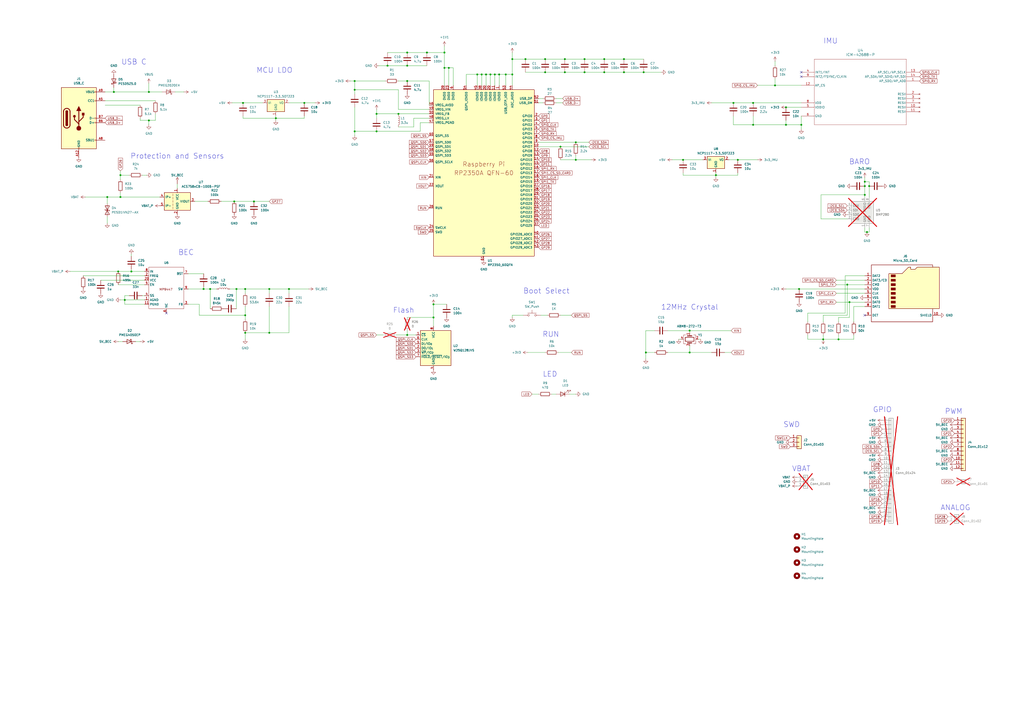
<source format=kicad_sch>
(kicad_sch (version 20250114) (generator "eeschema") (generator_version "9.0")
  (paper "A2")
  (text "VBAT" (at 464.82 272.034 0) (effects (font (size 3.048 3.048))))
  (text "USB C" (at 77.724 36.068 0) (effects (font (size 3.048 3.048))))
  (text "RUN" (at 319.532 194.056 0) (effects (font (size 3.048 3.048))))
  (text "PWM" (at 553.212 238.76 0) (effects (font (size 3.048 3.048))))
  (text "LED" (at 319.024 217.17 0) (effects (font (size 3.048 3.048))))
  (text "BEC" (at 107.95 146.558 0) (effects (font (size 3.048 3.048))))
  (text "IMU" (at 481.838 23.876 0) (effects (font (size 3.048 3.048))))
  (text "Boot Select" (at 316.992 168.91 0) (effects (font (size 3.048 3.048))))
  (text "GPIO" (at 511.81 237.744 0) (effects (font (size 3.048 3.048))))
  (text "ANALOG" (at 554.228 294.64 0) (effects (font (size 3.048 3.048))))
  (text "Flash" (at 234.188 180.086 0) (effects (font (size 3.048 3.048))))
  (text "MCU LDO" (at 159.258 40.894 0) (effects (font (size 3.048 3.048))))
  (text "12MHz Crystal" (at 400.05 178.308 0) (effects (font (size 3.048 3.048))))
  (text "Protection and Sensors" (at 102.87 90.678 0) (effects (font (size 3.048 3.048))))
  (text "SWD" (at 459.232 246.38 0) (effects (font (size 3.048 3.048))))
  (text "BARO" (at 498.602 93.98 0) (effects (font (size 3.048 3.048))))
  (junction (at 334.01 82.55))
  (junction (at 86.36 53.34))
  (junction (at 236.22 46.99))
  (junction (at 501.65 105.41))
  (junction (at 118.11 167.64))
  (junction (at 502.92 134.62))
  (junction (at 72.39 173.99))
  (junction (at 236.22 194.31))
  (junction (at 327.66 34.29))
  (junction (at 247.65 30.48))
  (junction (at 427.99 92.71))
  (junction (at 76.2 157.48))
  (junction (at 334.01 92.71))
  (junction (at 167.64 167.64))
  (junction (at 425.45 59.69))
  (junction (at 224.79 38.1))
  (junction (at 66.04 53.34))
  (junction (at 486.41 196.85))
  (junction (at 339.09 34.29))
  (junction (at 257.81 30.48))
  (junction (at 260.35 39.37))
  (junction (at 504.19 107.95))
  (junction (at 491.49 165.1))
  (junction (at 449.58 49.53))
  (junction (at 400.05 204.47))
  (junction (at 86.36 69.85))
  (junction (at 477.52 196.85))
  (junction (at 142.24 193.04))
  (junction (at 492.76 175.26))
  (junction (at 400.05 191.77))
  (junction (at 316.23 34.29))
  (junction (at 284.48 43.18))
  (junction (at 135.89 116.84))
  (junction (at 140.97 59.69))
  (junction (at 350.52 41.91))
  (junction (at 156.21 167.64))
  (junction (at 251.46 176.53))
  (junction (at 147.32 116.84))
  (junction (at 304.8 34.29))
  (junction (at 236.22 30.48))
  (junction (at 415.29 101.6))
  (junction (at 205.74 76.2))
  (junction (at 436.88 72.39))
  (junction (at 339.09 41.91))
  (junction (at 236.22 38.1))
  (junction (at 205.74 46.99))
  (junction (at 218.44 76.2))
  (junction (at 436.88 59.69))
  (junction (at 316.23 41.91))
  (junction (at 350.52 34.29))
  (junction (at 455.93 72.39))
  (junction (at 287.02 43.18))
  (junction (at 289.56 43.18))
  (junction (at 464.82 72.39))
  (junction (at 218.44 66.04))
  (junction (at 281.94 43.18))
  (junction (at 293.37 43.18))
  (junction (at 68.58 157.48))
  (junction (at 455.93 62.23))
  (junction (at 279.4 43.18))
  (junction (at 156.21 193.04))
  (junction (at 396.24 92.71))
  (junction (at 205.74 52.07))
  (junction (at 69.85 101.6))
  (junction (at 62.23 114.3))
  (junction (at 276.86 43.18))
  (junction (at 160.02 68.58))
  (junction (at 501.65 113.03))
  (junction (at 231.14 66.04))
  (junction (at 297.18 34.29))
  (junction (at 373.38 41.91))
  (junction (at 501.65 107.95))
  (junction (at 463.55 167.64))
  (junction (at 137.16 167.64))
  (junction (at 361.95 34.29))
  (junction (at 251.46 184.15))
  (junction (at 142.24 167.64))
  (junction (at 121.92 167.64))
  (junction (at 297.18 43.18))
  (junction (at 257.81 39.37))
  (junction (at 142.24 182.88))
  (junction (at 176.53 59.69))
  (junction (at 361.95 41.91))
  (junction (at 327.66 41.91))
  (junction (at 325.12 85.09))
  (junction (at 374.65 204.47))
  (junction (at 69.85 114.3))
  (no_connect (at 96.52 181.61))
  (no_connect (at 501.65 182.88))
  (no_connect (at 464.82 44.45))
  (no_connect (at 464.82 41.91))
  (wire (pts (xy 284.48 43.18) (xy 287.02 43.18)))
  (wire (pts (xy 313.69 182.88) (xy 317.5 182.88)))
  (wire (pts (xy 304.8 41.91) (xy 316.23 41.91)))
  (wire (pts (xy 485.14 165.1) (xy 491.49 165.1)))
  (wire (pts (xy 306.07 204.47) (xy 316.23 204.47)))
  (wire (pts (xy 415.29 101.6) (xy 415.29 100.33)))
  (wire (pts (xy 236.22 30.48) (xy 247.65 30.48)))
  (wire (pts (xy 284.48 43.18) (xy 284.48 49.53)))
  (wire (pts (xy 106.68 53.34) (xy 101.6 53.34)))
  (wire (pts (xy 325.12 182.88) (xy 331.47 182.88)))
  (wire (pts (xy 396.24 101.6) (xy 415.29 101.6)))
  (wire (pts (xy 322.58 59.69) (xy 326.39 59.69)))
  (wire (pts (xy 427.99 100.33) (xy 427.99 101.6)))
  (wire (pts (xy 400.05 204.47) (xy 412.75 204.47)))
  (wire (pts (xy 76.2 157.48) (xy 83.82 157.48)))
  (wire (pts (xy 501.65 160.02) (xy 490.22 160.02)))
  (wire (pts (xy 304.8 34.29) (xy 316.23 34.29)))
  (wire (pts (xy 501.65 102.87) (xy 501.65 105.41)))
  (wire (pts (xy 464.82 72.39) (xy 464.82 74.93)))
  (wire (pts (xy 231.14 52.07) (xy 231.14 63.5)))
  (wire (pts (xy 361.95 41.91) (xy 373.38 41.91)))
  (wire (pts (xy 341.63 85.09) (xy 325.12 85.09)))
  (wire (pts (xy 289.56 43.18) (xy 293.37 43.18)))
  (wire (pts (xy 259.08 176.53) (xy 251.46 176.53)))
  (wire (pts (xy 396.24 100.33) (xy 396.24 101.6)))
  (wire (pts (xy 455.93 72.39) (xy 464.82 72.39)))
  (wire (pts (xy 218.44 66.04) (xy 218.44 68.58)))
  (wire (pts (xy 491.49 165.1) (xy 501.65 165.1)))
  (wire (pts (xy 66.04 53.34) (xy 86.36 53.34)))
  (wire (pts (xy 327.66 41.91) (xy 339.09 41.91)))
  (wire (pts (xy 76.2 156.21) (xy 76.2 157.48)))
  (wire (pts (xy 72.39 176.53) (xy 83.82 176.53)))
  (wire (pts (xy 323.85 204.47) (xy 331.47 204.47)))
  (wire (pts (xy 156.21 177.8) (xy 156.21 193.04)))
  (wire (pts (xy 142.24 196.85) (xy 142.24 193.04)))
  (wire (pts (xy 118.11 167.64) (xy 121.92 167.64)))
  (wire (pts (xy 176.53 67.31) (xy 176.53 68.58)))
  (wire (pts (xy 218.44 66.04) (xy 231.14 66.04)))
  (wire (pts (xy 205.74 52.07) (xy 205.74 54.61)))
  (wire (pts (xy 231.14 63.5) (xy 248.92 63.5)))
  (wire (pts (xy 236.22 194.31) (xy 241.3 194.31)))
  (wire (pts (xy 400.05 191.77) (xy 424.18 191.77)))
  (wire (pts (xy 69.85 173.99) (xy 72.39 173.99)))
  (wire (pts (xy 350.52 34.29) (xy 361.95 34.29)))
  (wire (pts (xy 490.22 181.61) (xy 468.63 181.61)))
  (wire (pts (xy 205.74 62.23) (xy 205.74 76.2)))
  (wire (pts (xy 72.39 176.53) (xy 72.39 173.99)))
  (wire (pts (xy 137.16 167.64) (xy 142.24 167.64)))
  (wire (pts (xy 501.65 113.03) (xy 501.65 114.3)))
  (wire (pts (xy 262.89 39.37) (xy 262.89 49.53)))
  (wire (pts (xy 251.46 184.15) (xy 251.46 189.23)))
  (wire (pts (xy 289.56 43.18) (xy 289.56 49.53)))
  (wire (pts (xy 140.97 59.69) (xy 152.4 59.69)))
  (wire (pts (xy 115.57 176.53) (xy 115.57 182.88)))
  (wire (pts (xy 308.61 228.6) (xy 312.42 228.6)))
  (wire (pts (xy 72.39 173.99) (xy 83.82 173.99)))
  (wire (pts (xy 412.75 59.69) (xy 425.45 59.69)))
  (wire (pts (xy 327.66 34.29) (xy 339.09 34.29)))
  (wire (pts (xy 142.24 177.8) (xy 142.24 182.88)))
  (wire (pts (xy 379.73 191.77) (xy 374.65 191.77)))
  (wire (pts (xy 48.26 160.02) (xy 83.82 160.02)))
  (wire (pts (xy 342.9 92.71) (xy 334.01 92.71)))
  (wire (pts (xy 167.64 193.04) (xy 156.21 193.04)))
  (wire (pts (xy 476.25 127) (xy 476.25 113.03)))
  (wire (pts (xy 312.42 82.55) (xy 334.01 82.55)))
  (wire (pts (xy 167.64 167.64) (xy 179.07 167.64)))
  (wire (pts (xy 297.18 182.88) (xy 303.53 182.88)))
  (wire (pts (xy 62.23 125.73) (xy 62.23 129.54)))
  (wire (pts (xy 320.04 228.6) (xy 322.58 228.6)))
  (wire (pts (xy 468.63 194.31) (xy 468.63 196.85)))
  (wire (pts (xy 135.89 116.84) (xy 147.32 116.84)))
  (wire (pts (xy 160.02 68.58) (xy 160.02 67.31)))
  (wire (pts (xy 439.42 49.53) (xy 449.58 49.53)))
  (wire (pts (xy 276.86 43.18) (xy 279.4 43.18)))
  (wire (pts (xy 504.19 134.62) (xy 504.19 132.08)))
  (wire (pts (xy 72.39 171.45) (xy 74.93 171.45)))
  (wire (pts (xy 243.84 71.12) (xy 243.84 76.2)))
  (wire (pts (xy 231.14 66.04) (xy 248.92 66.04)))
  (wire (pts (xy 339.09 34.29) (xy 350.52 34.29)))
  (wire (pts (xy 66.04 50.8) (xy 66.04 53.34)))
  (wire (pts (xy 486.41 196.85) (xy 495.3 196.85)))
  (wire (pts (xy 425.45 72.39) (xy 436.88 72.39)))
  (wire (pts (xy 293.37 43.18) (xy 293.37 49.53)))
  (wire (pts (xy 231.14 52.07) (xy 205.74 52.07)))
  (wire (pts (xy 396.24 92.71) (xy 407.67 92.71)))
  (wire (pts (xy 297.18 184.15) (xy 297.18 182.88)))
  (wire (pts (xy 492.76 184.15) (xy 486.41 184.15)))
  (wire (pts (xy 69.85 101.6) (xy 74.93 101.6)))
  (wire (pts (xy 160.02 69.85) (xy 160.02 68.58)))
  (wire (pts (xy 167.64 59.69) (xy 176.53 59.69)))
  (wire (pts (xy 491.49 127) (xy 476.25 127)))
  (wire (pts (xy 140.97 68.58) (xy 160.02 68.58)))
  (wire (pts (xy 68.58 165.1) (xy 83.82 165.1)))
  (wire (pts (xy 167.64 167.64) (xy 167.64 170.18)))
  (wire (pts (xy 240.03 73.66) (xy 240.03 68.58)))
  (wire (pts (xy 236.22 184.15) (xy 251.46 184.15)))
  (wire (pts (xy 72.39 171.45) (xy 72.39 173.99)))
  (wire (pts (xy 257.81 30.48) (xy 257.81 39.37)))
  (wire (pts (xy 501.65 177.8) (xy 495.3 177.8)))
  (wire (pts (xy 251.46 176.53) (xy 251.46 184.15)))
  (wire (pts (xy 279.4 43.18) (xy 279.4 49.53)))
  (wire (pts (xy 134.62 59.69) (xy 140.97 59.69)))
  (wire (pts (xy 58.42 162.56) (xy 83.82 162.56)))
  (wire (pts (xy 297.18 30.48) (xy 297.18 34.29)))
  (wire (pts (xy 490.22 160.02) (xy 490.22 181.61)))
  (wire (pts (xy 270.51 49.53) (xy 270.51 43.18)))
  (wire (pts (xy 425.45 67.31) (xy 425.45 72.39)))
  (wire (pts (xy 224.79 30.48) (xy 236.22 30.48)))
  (wire (pts (xy 86.36 53.34) (xy 86.36 48.26)))
  (wire (pts (xy 504.19 107.95) (xy 504.19 105.41)))
  (wire (pts (xy 121.92 167.64) (xy 125.73 167.64)))
  (wire (pts (xy 436.88 67.31) (xy 436.88 72.39)))
  (wire (pts (xy 115.57 182.88) (xy 142.24 182.88)))
  (wire (pts (xy 81.28 198.12) (xy 78.74 198.12)))
  (wire (pts (xy 312.42 59.69) (xy 314.96 59.69)))
  (wire (pts (xy 501.65 134.62) (xy 502.92 134.62)))
  (wire (pts (xy 325.12 85.09) (xy 312.42 85.09)))
  (wire (pts (xy 492.76 175.26) (xy 501.65 175.26)))
  (wire (pts (xy 387.35 204.47) (xy 400.05 204.47)))
  (wire (pts (xy 68.58 157.48) (xy 76.2 157.48)))
  (wire (pts (xy 62.23 114.3) (xy 69.85 114.3)))
  (wire (pts (xy 60.96 58.42) (xy 90.17 58.42)))
  (wire (pts (xy 86.36 69.85) (xy 86.36 72.39)))
  (wire (pts (xy 504.19 114.3) (xy 504.19 107.95)))
  (wire (pts (xy 361.95 34.29) (xy 373.38 34.29)))
  (wire (pts (xy 485.14 170.18) (xy 501.65 170.18)))
  (wire (pts (xy 422.91 92.71) (xy 427.99 92.71)))
  (wire (pts (xy 476.25 113.03) (xy 501.65 113.03)))
  (wire (pts (xy 102.87 106.68) (xy 102.87 109.22)))
  (wire (pts (xy 229.87 194.31) (xy 236.22 194.31)))
  (wire (pts (xy 495.3 196.85) (xy 495.3 194.31)))
  (wire (pts (xy 316.23 34.29) (xy 327.66 34.29)))
  (wire (pts (xy 281.94 43.18) (xy 284.48 43.18)))
  (wire (pts (xy 248.92 46.99) (xy 248.92 60.96)))
  (wire (pts (xy 405.13 196.85) (xy 406.4 196.85)))
  (wire (pts (xy 262.89 39.37) (xy 260.35 39.37)))
  (wire (pts (xy 501.65 132.08) (xy 501.65 134.62)))
  (wire (pts (xy 224.79 38.1) (xy 236.22 38.1)))
  (wire (pts (xy 236.22 38.1) (xy 247.65 38.1)))
  (wire (pts (xy 142.24 167.64) (xy 156.21 167.64)))
  (wire (pts (xy 236.22 46.99) (xy 248.92 46.99)))
  (wire (pts (xy 477.52 196.85) (xy 486.41 196.85)))
  (wire (pts (xy 287.02 43.18) (xy 289.56 43.18)))
  (wire (pts (xy 137.16 167.64) (xy 137.16 179.07)))
  (wire (pts (xy 322.58 57.15) (xy 326.39 57.15)))
  (wire (pts (xy 455.93 62.23) (xy 464.82 62.23)))
  (wire (pts (xy 205.74 46.99) (xy 205.74 52.07)))
  (wire (pts (xy 297.18 43.18) (xy 297.18 49.53)))
  (wire (pts (xy 218.44 76.2) (xy 243.84 76.2)))
  (wire (pts (xy 76.2 147.32) (xy 76.2 148.59)))
  (wire (pts (xy 81.28 69.85) (xy 86.36 69.85)))
  (wire (pts (xy 40.64 157.48) (xy 68.58 157.48)))
  (wire (pts (xy 468.63 181.61) (xy 468.63 186.69)))
  (wire (pts (xy 203.2 46.99) (xy 205.74 46.99)))
  (wire (pts (xy 219.71 38.1) (xy 224.79 38.1)))
  (wire (pts (xy 69.85 114.3) (xy 92.71 114.3)))
  (wire (pts (xy 257.81 39.37) (xy 257.81 49.53)))
  (wire (pts (xy 449.58 35.56) (xy 449.58 38.1)))
  (wire (pts (xy 287.02 43.18) (xy 287.02 49.53)))
  (wire (pts (xy 140.97 67.31) (xy 140.97 68.58)))
  (wire (pts (xy 137.16 167.64) (xy 133.35 167.64)))
  (wire (pts (xy 455.93 167.64) (xy 463.55 167.64)))
  (wire (pts (xy 231.14 73.66) (xy 240.03 73.66)))
  (wire (pts (xy 113.03 116.84) (xy 120.65 116.84)))
  (wire (pts (xy 49.53 114.3) (xy 62.23 114.3)))
  (wire (pts (xy 374.65 191.77) (xy 374.65 204.47)))
  (wire (pts (xy 350.52 41.91) (xy 361.95 41.91)))
  (wire (pts (xy 436.88 72.39) (xy 455.93 72.39)))
  (wire (pts (xy 205.74 76.2) (xy 205.74 78.74)))
  (wire (pts (xy 243.84 71.12) (xy 248.92 71.12)))
  (wire (pts (xy 389.89 92.71) (xy 396.24 92.71)))
  (wire (pts (xy 463.55 167.64) (xy 501.65 167.64)))
  (wire (pts (xy 449.58 49.53) (xy 464.82 49.53)))
  (wire (pts (xy 374.65 204.47) (xy 379.73 204.47)))
  (wire (pts (xy 109.22 158.75) (xy 118.11 158.75)))
  (wire (pts (xy 156.21 167.64) (xy 156.21 170.18)))
  (wire (pts (xy 400.05 200.66) (xy 400.05 204.47)))
  (wire (pts (xy 374.65 204.47) (xy 374.65 208.28)))
  (wire (pts (xy 485.14 175.26) (xy 492.76 175.26)))
  (wire (pts (xy 231.14 46.99) (xy 236.22 46.99)))
  (wire (pts (xy 62.23 114.3) (xy 62.23 118.11)))
  (wire (pts (xy 205.74 46.99) (xy 223.52 46.99)))
  (wire (pts (xy 218.44 194.31) (xy 222.25 194.31)))
  (wire (pts (xy 485.14 162.56) (xy 501.65 162.56)))
  (wire (pts (xy 81.28 68.58) (xy 81.28 69.85)))
  (wire (pts (xy 68.58 198.12) (xy 71.12 198.12)))
  (wire (pts (xy 260.35 39.37) (xy 257.81 39.37)))
  (wire (pts (xy 109.22 167.64) (xy 118.11 167.64)))
  (wire (pts (xy 491.49 182.88) (xy 477.52 182.88)))
  (wire (pts (xy 205.74 76.2) (xy 218.44 76.2)))
  (wire (pts (xy 69.85 99.06) (xy 69.85 101.6)))
  (wire (pts (xy 142.24 167.64) (xy 142.24 170.18)))
  (wire (pts (xy 436.88 59.69) (xy 464.82 59.69)))
  (wire (pts (xy 142.24 182.88) (xy 142.24 185.42)))
  (wire (pts (xy 176.53 68.58) (xy 160.02 68.58)))
  (wire (pts (xy 176.53 59.69) (xy 182.88 59.69)))
  (wire (pts (xy 387.35 191.77) (xy 400.05 191.77)))
  (wire (pts (xy 486.41 194.31) (xy 486.41 196.85)))
  (wire (pts (xy 121.92 167.64) (xy 121.92 179.07)))
  (wire (pts (xy 501.65 105.41) (xy 504.19 105.41)))
  (wire (pts (xy 60.96 53.34) (xy 66.04 53.34)))
  (wire (pts (xy 128.27 116.84) (xy 135.89 116.84)))
  (wire (pts (xy 427.99 92.71) (xy 439.42 92.71)))
  (wire (pts (xy 69.85 101.6) (xy 69.85 104.14)))
  (wire (pts (xy 109.22 176.53) (xy 115.57 176.53)))
  (wire (pts (xy 339.09 41.91) (xy 350.52 41.91)))
  (wire (pts (xy 491.49 165.1) (xy 491.49 182.88)))
  (wire (pts (xy 86.36 69.85) (xy 90.17 69.85)))
  (wire (pts (xy 334.01 82.55) (xy 341.63 82.55)))
  (wire (pts (xy 82.55 101.6) (xy 85.09 101.6)))
  (wire (pts (xy 334.01 90.17) (xy 334.01 92.71)))
  (wire (pts (xy 86.36 53.34) (xy 93.98 53.34)))
  (wire (pts (xy 393.7 196.85) (xy 394.97 196.85)))
  (wire (pts (xy 60.96 60.96) (xy 81.28 60.96)))
  (wire (pts (xy 156.21 167.64) (xy 167.64 167.64)))
  (wire (pts (xy 260.35 39.37) (xy 260.35 49.53)))
  (wire (pts (xy 400.05 193.04) (xy 400.05 191.77)))
  (wire (pts (xy 501.65 107.95) (xy 501.65 113.03)))
  (wire (pts (xy 156.21 193.04) (xy 142.24 193.04)))
  (wire (pts (xy 455.93 69.85) (xy 455.93 72.39)))
  (wire (pts (xy 247.65 30.48) (xy 257.81 30.48)))
  (wire (pts (xy 82.55 171.45) (xy 83.82 171.45)))
  (wire (pts (xy 167.64 177.8) (xy 167.64 193.04)))
  (wire (pts (xy 297.18 34.29) (xy 304.8 34.29)))
  (wire (pts (xy 477.52 182.88) (xy 477.52 186.69)))
  (wire (pts (xy 293.37 43.18) (xy 297.18 43.18)))
  (wire (pts (xy 427.99 101.6) (xy 415.29 101.6)))
  (wire (pts (xy 477.52 194.31) (xy 477.52 196.85)))
  (wire (pts (xy 118.11 166.37) (xy 118.11 167.64)))
  (wire (pts (xy 502.92 134.62) (xy 504.19 134.62)))
  (wire (pts (xy 69.85 111.76) (xy 69.85 114.3)))
  (wire (pts (xy 270.51 43.18) (xy 276.86 43.18)))
  (wire (pts (xy 281.94 43.18) (xy 281.94 49.53)))
  (wire (pts (xy 373.38 41.91) (xy 383.54 41.91)))
  (wire (pts (xy 147.32 116.84) (xy 156.21 116.84)))
  (wire (pts (xy 420.37 204.47) (xy 424.18 204.47)))
  (wire (pts (xy 486.41 184.15) (xy 486.41 186.69)))
  (wire (pts (xy 90.17 66.04) (xy 90.17 69.85)))
  (wire (pts (xy 276.86 43.18) (xy 276.86 49.53)))
  (wire (pts (xy 297.18 34.29) (xy 297.18 43.18)))
  (wire (pts (xy 468.63 196.85) (xy 477.52 196.85)))
  (wire (pts (xy 325.12 92.71) (xy 334.01 92.71)))
  (wire (pts (xy 425.45 59.69) (xy 436.88 59.69)))
  (wire (pts (xy 279.4 43.18) (xy 281.94 43.18)))
  (wire (pts (xy 218.44 63.5) (xy 218.44 66.04)))
  (wire (pts (xy 415.29 102.87) (xy 415.29 101.6)))
  (wire (pts (xy 257.81 26.67) (xy 257.81 30.48)))
  (wire (pts (xy 312.42 57.15) (xy 314.96 57.15)))
  (wire (pts (xy 330.2 228.6) (xy 334.01 228.6)))
  (wire (pts (xy 449.58 45.72) (xy 449.58 49.53)))
  (wire (pts (xy 495.3 177.8) (xy 495.3 186.69)))
  (wire (pts (xy 492.76 175.26) (xy 492.76 184.15)))
  (wire (pts (xy 316.23 41.91) (xy 327.66 41.91)))
  (wire (pts (xy 240.03 68.58) (xy 248.92 68.58)))
  (wire (pts (xy 464.82 67.31) (xy 464.82 72.39)))
  (wire (pts (xy 236.22 191.77) (xy 236.22 194.31)))
  (wire (pts (xy 501.65 105.41) (xy 501.65 107.95)))
  (global_label "SPI1_TX" (shape input) (at 312.42 105.41 0) (property "Intersheetrefs" "${INTERSHEET_REFS}" (effects (hide yes))))
  (global_label "SWD" (shape input) (at 458.47 259.08 180) (property "Intersheetrefs" "${INTERSHEET_REFS}" (effects (hide yes))))
  (global_label "GP29" (shape input) (at 312.42 143.51 0) (property "Intersheetrefs" "${INTERSHEET_REFS}" (effects (hide yes))))
  (global_label "QSPI_CLK" (shape input) (at 241.3 196.85 180) (property "Intersheetrefs" "${INTERSHEET_REFS}" (effects (hide yes))))
  (global_label "QSPI_SS" (shape input) (at 218.44 194.31 180) (property "Intersheetrefs" "${INTERSHEET_REFS}" (effects (hide yes))))
  (global_label "GP17" (shape input) (at 511.81 292.1 180) (property "Intersheetrefs" "${INTERSHEET_REFS}" (effects (hide yes))))
  (global_label "USB_D+" (shape input) (at 60.96 71.12 0) (property "Intersheetrefs" "${INTERSHEET_REFS}" (effects (hide yes))))
  (global_label "SPI1_RX" (shape input) (at 312.42 97.79 0) (property "Intersheetrefs" "${INTERSHEET_REFS}" (effects (hide yes))))
  (global_label "GP11" (shape input) (at 312.42 95.25 0) (property "Intersheetrefs" "${INTERSHEET_REFS}" (effects (hide yes))))
  (global_label "GP20" (shape input) (at 312.42 118.11 0) (property "Intersheetrefs" "${INTERSHEET_REFS}" (effects (hide yes))))
  (global_label "QSPI_SD1" (shape input) (at 248.92 85.09 180) (property "Intersheetrefs" "${INTERSHEET_REFS}" (effects (hide yes))))
  (global_label "SPI0_CLK" (shape input) (at 312.42 72.39 0) (property "Intersheetrefs" "${INTERSHEET_REFS}" (effects (hide yes))))
  (global_label "SPI1_CS_SD_CARD" (shape input) (at 485.14 162.56 180) (property "Intersheetrefs" "${INTERSHEET_REFS}" (effects (hide yes))))
  (global_label "RUN" (shape input) (at 331.47 204.47 0) (property "Intersheetrefs" "${INTERSHEET_REFS}" (effects (hide yes))))
  (global_label "GP19" (shape input) (at 511.81 302.26 180) (property "Intersheetrefs" "${INTERSHEET_REFS}" (effects (hide yes))))
  (global_label "GP28" (shape input) (at 549.91 299.72 180) (property "Intersheetrefs" "${INTERSHEET_REFS}" (effects (hide yes))))
  (global_label "GP18" (shape input) (at 511.81 299.72 180) (property "Intersheetrefs" "${INTERSHEET_REFS}" (effects (hide yes))))
  (global_label "QSPI_SD2" (shape input) (at 241.3 204.47 180) (property "Intersheetrefs" "${INTERSHEET_REFS}" (effects (hide yes))))
  (global_label "GP11" (shape input) (at 511.81 281.94 180) (property "Intersheetrefs" "${INTERSHEET_REFS}" (effects (hide yes))))
  (global_label "I2C0_SDA" (shape input) (at 341.63 82.55 0) (property "Intersheetrefs" "${INTERSHEET_REFS}" (effects (hide yes))))
  (global_label "I2C0_SDA" (shape input) (at 511.81 259.08 180) (property "Intersheetrefs" "${INTERSHEET_REFS}" (effects (hide yes))))
  (global_label "RUN" (shape input) (at 248.92 120.65 180) (property "Intersheetrefs" "${INTERSHEET_REFS}" (effects (hide yes))))
  (global_label "GP17" (shape input) (at 312.42 110.49 0) (property "Intersheetrefs" "${INTERSHEET_REFS}" (effects (hide yes))))
  (global_label "GP21" (shape input) (at 553.72 251.46 180) (property "Intersheetrefs" "${INTERSHEET_REFS}" (effects (hide yes))))
  (global_label "GP27" (shape input) (at 312.42 138.43 0) (property "Intersheetrefs" "${INTERSHEET_REFS}" (effects (hide yes))))
  (global_label "GP1" (shape input) (at 511.81 251.46 180) (property "Intersheetrefs" "${INTERSHEET_REFS}" (effects (hide yes))))
  (global_label "SWD" (shape input) (at 248.92 134.62 180) (property "Intersheetrefs" "${INTERSHEET_REFS}" (effects (hide yes))))
  (global_label "GP27" (shape input) (at 156.21 116.84 0) (property "Intersheetrefs" "${INTERSHEET_REFS}" (effects (hide yes))))
  (global_label "GP18" (shape input) (at 312.42 113.03 0) (property "Intersheetrefs" "${INTERSHEET_REFS}" (effects (hide yes))))
  (global_label "SWCLK" (shape input) (at 458.47 254 180) (property "Intersheetrefs" "${INTERSHEET_REFS}" (effects (hide yes))))
  (global_label "GP8" (shape input) (at 511.81 269.24 180) (property "Intersheetrefs" "${INTERSHEET_REFS}" (effects (hide yes))))
  (global_label "SPI1_RX" (shape input) (at 485.14 175.26 180) (property "Intersheetrefs" "${INTERSHEET_REFS}" (effects (hide yes))))
  (global_label "GP23" (shape input) (at 312.42 125.73 0) (property "Intersheetrefs" "${INTERSHEET_REFS}" (effects (hide yes))))
  (global_label "GP23" (shape input) (at 553.72 266.7 180) (property "Intersheetrefs" "${INTERSHEET_REFS}" (effects (hide yes))))
  (global_label "GP22" (shape input) (at 553.72 259.08 180) (property "Intersheetrefs" "${INTERSHEET_REFS}" (effects (hide yes))))
  (global_label "GP1" (shape input) (at 312.42 69.85 0) (property "Intersheetrefs" "${INTERSHEET_REFS}" (effects (hide yes))))
  (global_label "XIN" (shape input) (at 424.18 191.77 0) (property "Intersheetrefs" "${INTERSHEET_REFS}" (effects (hide yes))))
  (global_label "SPI0_RX" (shape input) (at 312.42 77.47 0) (property "Intersheetrefs" "${INTERSHEET_REFS}" (effects (hide yes))))
  (global_label "GP9" (shape input) (at 312.42 90.17 0) (property "Intersheetrefs" "${INTERSHEET_REFS}" (effects (hide yes))))
  (global_label "QSPI_SD3" (shape input) (at 241.3 207.01 180) (property "Intersheetrefs" "${INTERSHEET_REFS}" (effects (hide yes))))
  (global_label "QSPI_SD2" (shape input) (at 248.92 87.63 180) (property "Intersheetrefs" "${INTERSHEET_REFS}" (effects (hide yes))))
  (global_label "SPI0_TX" (shape input) (at 533.4 44.45 0) (property "Intersheetrefs" "${INTERSHEET_REFS}" (effects (hide yes))))
  (global_label "SPI0_CLK" (shape input) (at 533.4 41.91 0) (property "Intersheetrefs" "${INTERSHEET_REFS}" (effects (hide yes))))
  (global_label "USB_D-" (shape input) (at 60.96 68.58 0) (property "Intersheetrefs" "${INTERSHEET_REFS}" (effects (hide yes))))
  (global_label "GP26" (shape input) (at 312.42 135.89 0) (property "Intersheetrefs" "${INTERSHEET_REFS}" (effects (hide yes))))
  (global_label "GP16" (shape input) (at 511.81 289.56 180) (property "Intersheetrefs" "${INTERSHEET_REFS}" (effects (hide yes))))
  (global_label "QSPI_SD0" (shape input) (at 248.92 82.55 180) (property "Intersheetrefs" "${INTERSHEET_REFS}" (effects (hide yes))))
  (global_label "GP28" (shape input) (at 312.42 140.97 0) (property "Intersheetrefs" "${INTERSHEET_REFS}" (effects (hide yes))))
  (global_label "GP21" (shape input) (at 312.42 120.65 0) (property "Intersheetrefs" "${INTERSHEET_REFS}" (effects (hide yes))))
  (global_label "GP29" (shape input) (at 549.91 302.26 180) (property "Intersheetrefs" "${INTERSHEET_REFS}" (effects (hide yes))))
  (global_label "LED" (shape input) (at 312.42 130.81 0) (property "Intersheetrefs" "${INTERSHEET_REFS}" (effects (hide yes))))
  (global_label "GP8" (shape input) (at 312.42 87.63 0) (property "Intersheetrefs" "${INTERSHEET_REFS}" (effects (hide yes))))
  (global_label "SPI0_RX" (shape input) (at 533.4 46.99 0) (property "Intersheetrefs" "${INTERSHEET_REFS}" (effects (hide yes))))
  (global_label "XOUT" (shape input) (at 424.18 204.47 0) (property "Intersheetrefs" "${INTERSHEET_REFS}" (effects (hide yes))))
  (global_label "SPI0_CS_IMU" (shape input) (at 312.42 80.01 0) (property "Intersheetrefs" "${INTERSHEET_REFS}" (effects (hide yes))))
  (global_label "I2C0_SCL" (shape input) (at 341.63 85.09 0) (property "Intersheetrefs" "${INTERSHEET_REFS}" (effects (hide yes))))
  (global_label "GP9" (shape input) (at 511.81 271.78 180) (property "Intersheetrefs" "${INTERSHEET_REFS}" (effects (hide yes))))
  (global_label "SPI1_CLK" (shape input) (at 312.42 102.87 0) (property "Intersheetrefs" "${INTERSHEET_REFS}" (effects (hide yes))))
  (global_label "USB_D-" (shape input) (at 326.39 59.69 0) (property "Intersheetrefs" "${INTERSHEET_REFS}" (effects (hide yes))))
  (global_label "SPI1_CLK" (shape input) (at 485.14 170.18 180) (property "Intersheetrefs" "${INTERSHEET_REFS}" (effects (hide yes))))
  (global_label "XIN" (shape input) (at 248.92 102.87 180) (property "Intersheetrefs" "${INTERSHEET_REFS}" (effects (hide yes))))
  (global_label "GP10" (shape input) (at 312.42 92.71 0) (property "Intersheetrefs" "${INTERSHEET_REFS}" (effects (hide yes))))
  (global_label "QSPI_SD0" (shape input) (at 241.3 199.39 180) (property "Intersheetrefs" "${INTERSHEET_REFS}" (effects (hide yes))))
  (global_label "QSPI_SS" (shape input) (at 248.92 78.74 180) (property "Intersheetrefs" "${INTERSHEET_REFS}" (effects (hide yes))))
  (global_label "QSPI_CLK" (shape input) (at 248.92 93.98 180) (property "Intersheetrefs" "${INTERSHEET_REFS}" (effects (hide yes))))
  (global_label "USB_D+" (shape input) (at 326.39 57.15 0) (property "Intersheetrefs" "${INTERSHEET_REFS}" (effects (hide yes))))
  (global_label "QSPI_SD3" (shape input) (at 248.92 90.17 180) (property "Intersheetrefs" "${INTERSHEET_REFS}" (effects (hide yes))))
  (global_label "I2C0_SDA" (shape input) (at 491.49 121.92 180) (property "Intersheetrefs" "${INTERSHEET_REFS}" (effects (hide yes))))
  (global_label "GP26" (shape input) (at 69.85 99.06 90) (property "Intersheetrefs" "${INTERSHEET_REFS}" (effects (hide yes))))
  (global_label "GP24" (shape input) (at 553.72 279.4 180) (property "Intersheetrefs" "${INTERSHEET_REFS}" (effects (hide yes))))
  (global_label "SPI1_TX" (shape input) (at 485.14 165.1 180) (property "Intersheetrefs" "${INTERSHEET_REFS}" (effects (hide yes))))
  (global_label "SPI1_CS_SD_CARD" (shape input) (at 312.42 100.33 0) (property "Intersheetrefs" "${INTERSHEET_REFS}" (effects (hide yes))))
  (global_label "GP20" (shape input) (at 553.72 243.84 180) (property "Intersheetrefs" "${INTERSHEET_REFS}" (effects (hide yes))))
  (global_label "SPI0_CS_IMU" (shape input) (at 439.42 49.53 180) (property "Intersheetrefs" "${INTERSHEET_REFS}" (effects (hide yes))))
  (global_label "GP16" (shape input) (at 312.42 107.95 0) (property "Intersheetrefs" "${INTERSHEET_REFS}" (effects (hide yes))))
  (global_label "GP0" (shape input) (at 312.42 67.31 0) (property "Intersheetrefs" "${INTERSHEET_REFS}" (effects (hide yes))))
  (global_label "GP19" (shape input) (at 312.42 115.57 0) (property "Intersheetrefs" "${INTERSHEET_REFS}" (effects (hide yes))))
  (global_label "GP10" (shape input) (at 511.81 279.4 180) (property "Intersheetrefs" "${INTERSHEET_REFS}" (effects (hide yes))))
  (global_label "GP22" (shape input) (at 312.42 123.19 0) (property "Intersheetrefs" "${INTERSHEET_REFS}" (effects (hide yes))))
  (global_label "GP24" (shape input) (at 312.42 128.27 0) (property "Intersheetrefs" "${INTERSHEET_REFS}" (effects (hide yes))))
  (global_label "QSPI_SD1" (shape input) (at 241.3 201.93 180) (property "Intersheetrefs" "${INTERSHEET_REFS}" (effects (hide yes))))
  (global_label "LED" (shape input) (at 308.61 228.6 180) (property "Intersheetrefs" "${INTERSHEET_REFS}" (effects (hide yes))))
  (global_label "I2C0_SCL" (shape input) (at 491.49 119.38 180) (property "Intersheetrefs" "${INTERSHEET_REFS}" (effects (hide yes))))
  (global_label "XOUT" (shape input) (at 248.92 107.95 180) (property "Intersheetrefs" "${INTERSHEET_REFS}" (effects (hide yes))))
  (global_label "QSPI_SS" (shape input) (at 331.47 182.88 0) (property "Intersheetrefs" "${INTERSHEET_REFS}" (effects (hide yes))))
  (global_label "GP0" (shape input) (at 511.81 248.92 180) (property "Intersheetrefs" "${INTERSHEET_REFS}" (effects (hide yes))))
  (global_label "SPI0_TX" (shape input) (at 312.42 74.93 0) (property "Intersheetrefs" "${INTERSHEET_REFS}" (effects (hide yes))))
  (global_label "SWCLK" (shape input) (at 248.92 132.08 180) (property "Intersheetrefs" "${INTERSHEET_REFS}" (effects (hide yes))))
  (global_label "I2C0_SCL" (shape input) (at 511.81 261.62 180) (property "Intersheetrefs" "${INTERSHEET_REFS}" (effects (hide yes))))
  (symbol (lib_id "Device:D_TVS") (at 62.23 121.92 90) (unit 1)
    (property "Reference" "D4" (at 64.77 120.6499 90) (effects (justify right)))
    (property "Value" "PESD1IVN27-AX" (at 64.77 123.1899 90) (effects (justify right)))
    (property "Footprint" "Diode_SMD:D_SOD-323F" (effects (hide yes)))
    (property "Description" "Bidirectional transient-voltage-suppression diode" (effects (hide yes)))
  )
  (symbol (lib_id "toto_flight:RP2350_60QFN") (at 280.67 100.33 0) (unit 1)
    (property "Reference" "U1" (at 282.8133 151.13 0) (effects (justify left)))
    (property "Value" "RP2350_60QFN" (at 282.8133 153.67 0) (effects (justify left)))
    (property "Footprint" "toto_flight:RP2350-QFN-60-1EP_7x7_P0.4mm_EP3.4x3.4mm_ThermalVias" (effects (hide yes)))
  )
  (symbol (lib_id "power:+3V3") (at 203.2 46.99 90) (unit 1)
    (property "Reference" "#PWR06" (effects (hide yes)))
    (property "Value" "+3V3" (at 199.39 46.9899 90) (effects (justify left)))
    (property "Description" "Power symbol creates a global label with name \"+3V3\"" (effects (hide yes)))
  )
  (symbol (lib_id "Device:C") (at 463.55 171.45 0) (unit 1)
    (property "Reference" "C19" (at 467.36 170.1799 0) (effects (justify left)))
    (property "Value" "100n" (at 467.36 172.7199 0) (effects (justify left)))
    (property "Footprint" "Capacitor_SMD:C_0402_1005Metric" (effects (hide yes)))
    (property "Description" "Unpolarized capacitor" (effects (hide yes)))
  )
  (symbol (lib_id "Device:C") (at 205.74 58.42 0) (unit 1)
    (property "Reference" "C12" (at 209.55 57.1499 0) (effects (justify left)))
    (property "Value" "4.7u" (at 209.55 59.6899 0) (effects (justify left)))
    (property "Footprint" "toto_flight:C_0402_1005Metric_small_pads" (effects (hide yes)))
    (property "Description" "Unpolarized capacitor" (effects (hide yes)))
  )
  (symbol (lib_id "Device:C") (at 396.24 96.52 0) (unit 1)
    (property "Reference" "C33" (at 400.05 95.2499 0) (effects (justify left)))
    (property "Value" "10u" (at 400.05 97.7899 0) (effects (justify left)))
    (property "Footprint" "Capacitor_SMD:C_0805_2012Metric" (effects (hide yes)))
    (property "Description" "Unpolarized capacitor" (effects (hide yes)))
  )
  (symbol (lib_id "power:+3V3") (at 342.9 92.71 270) (unit 1)
    (property "Reference" "#PWR043" (effects (hide yes)))
    (property "Value" "+3V3" (at 346.71 92.7099 90) (effects (justify left)))
    (property "Description" "Power symbol creates a global label with name \"+3V3\"" (effects (hide yes)))
  )
  (symbol (lib_id "Device:C") (at 236.22 50.8 0) (unit 1)
    (property "Reference" "C11" (at 240.03 49.5299 0) (effects (justify left)))
    (property "Value" "4.7u" (at 240.03 52.0699 0) (effects (justify left)))
    (property "Footprint" "Capacitor_SMD:C_0402_1005Metric" (effects (hide yes)))
    (property "Description" "Unpolarized capacitor" (effects (hide yes)))
  )
  (symbol (lib_id "power:+3.3V") (at 297.18 30.48 0) (unit 1)
    (property "Reference" "#PWR01" (effects (hide yes)))
    (property "Value" "+3V3" (at 297.18 25.4 0))
    (property "Description" "Power symbol creates a global label with name \"+3.3V\"" (effects (hide yes)))
  )
  (symbol (lib_id "Device:R") (at 68.58 161.29 0) (unit 1)
    (property "Reference" "R16" (at 71.12 160.0199 0) (effects (justify left)))
    (property "Value" "499k" (at 71.12 162.5599 0) (effects (justify left)))
    (property "Footprint" "Resistor_SMD:R_0402_1005Metric" (effects (hide yes)))
    (property "Description" "Resistor" (effects (hide yes)))
  )
  (symbol (lib_id "Device:R") (at 135.89 120.65 0) (unit 1)
    (property "Reference" "R21" (at 138.43 119.3799 0) (effects (justify left)))
    (property "Value" "100k" (at 138.43 121.9199 0) (effects (justify left)))
    (property "Footprint" "Resistor_SMD:R_0402_1005Metric" (effects (hide yes)))
    (property "Description" "Resistor" (effects (hide yes)))
  )
  (symbol (lib_id "power:+3V3") (at 251.46 176.53 0) (unit 1)
    (property "Reference" "#PWR09" (effects (hide yes)))
    (property "Value" "+3V3" (at 251.46 171.45 0))
    (property "Description" "Power symbol creates a global label with name \"+3V3\"" (effects (hide yes)))
  )
  (symbol (lib_id "Device:C") (at 58.42 166.37 0) (unit 1)
    (property "Reference" "C26" (at 62.23 165.0999 0) (effects (justify left)))
    (property "Value" "1u" (at 62.23 167.6399 0) (effects (justify left)))
    (property "Footprint" "Capacitor_SMD:C_0402_1005Metric" (effects (hide yes)))
    (property "Description" "Unpolarized capacitor" (effects (hide yes)))
  )
  (symbol (lib_id "power:GND") (at 45.72 91.44 0) (unit 1)
    (property "Reference" "#PWR016" (effects (hide yes)))
    (property "Value" "GND" (at 45.72 96.52 0))
    (property "Description" "Power symbol creates a global label with name \"GND\" , ground" (effects (hide yes)))
  )
  (symbol (lib_id "Device:Crystal_GND24") (at 400.05 196.85 270) (unit 1)
    (property "Reference" "Y1" (at 406.146 194.31 90))
    (property "Value" "ABM8-272-T3" (at 399.796 189.23 90))
    (property "Footprint" "Crystal:Crystal_SMD_3225-4Pin_3.2x2.5mm" (effects (hide yes)))
    (property "Description" "Four pin crystal, GND on pins 2 and 4" (effects (hide yes)))
  )
  (symbol (lib_id "power:GND") (at 511.81 256.54 270) (unit 1)
    (property "Reference" "#PWR060" (effects (hide yes)))
    (property "Value" "GND" (at 508 256.5399 90) (effects (justify right)))
    (property "Description" "Power symbol creates a global label with name \"GND\" , ground" (effects (hide yes)))
  )
  (symbol (lib_id "Device:R") (at 227.33 46.99 270) (unit 1)
    (property "Reference" "R1" (at 227.33 40.64 90))
    (property "Value" "33" (at 227.33 43.18 90))
    (property "Footprint" "Resistor_SMD:R_0402_1005Metric" (effects (hide yes)))
    (property "Description" "Resistor" (effects (hide yes)))
  )
  (symbol (lib_id "power:GND") (at 374.65 208.28 0) (unit 1)
    (property "Reference" "#PWR014" (effects (hide yes)))
    (property "Value" "GND" (at 374.65 213.36 0))
    (property "Description" "Power symbol creates a global label with name \"GND\" , ground" (effects (hide yes)))
  )
  (symbol (lib_id "Regulator_Linear:NCP1117-3.3_SOT223") (at 160.02 59.69 0) (unit 1)
    (property "Reference" "U3" (at 160.02 53.34 0))
    (property "Value" "NCP1117-3.3_SOT223" (at 160.02 55.88 0))
    (property "Footprint" "Package_TO_SOT_SMD:SOT-223-3_TabPin2" (effects (hide yes)))
    (property "Datasheet" "http://www.onsemi.com/pub_link/Collateral/NCP1117-D.PDF" (effects (hide yes)))
    (property "Description" "1A Low drop-out regulator, Fixed Output 3.3V, SOT-223" (effects (hide yes)))
  )
  (symbol (lib_id "Device:C") (at 156.21 173.99 0) (unit 1)
    (property "Reference" "C30" (at 160.02 172.7199 0) (effects (justify left)))
    (property "Value" "22u" (at 160.02 175.2599 0) (effects (justify left)))
    (property "Footprint" "Capacitor_SMD:C_0805_2012Metric" (effects (hide yes)))
    (property "Description" "Unpolarized capacitor" (effects (hide yes)))
  )
  (symbol (lib_id "power:+5V") (at 511.81 264.16 90) (unit 1)
    (property "Reference" "#PWR038" (effects (hide yes)))
    (property "Value" "+5V" (at 508 264.1599 90) (effects (justify left)))
    (property "Description" "Power symbol creates a global label with name \"+5V\"" (effects (hide yes)))
  )
  (symbol (lib_id "Device:C") (at 218.44 72.39 0) (unit 1)
    (property "Reference" "C13" (at 222.25 71.1199 0) (effects (justify left)))
    (property "Value" "4.7u" (at 222.25 73.6599 0) (effects (justify left)))
    (property "Footprint" "toto_flight:C_0402_1005Metric_small_pads" (effects (hide yes)))
    (property "Description" "Unpolarized capacitor" (effects (hide yes)))
  )
  (symbol (lib_id "power:GND") (at 69.85 173.99 270) (unit 1)
    (property "Reference" "#PWR058" (effects (hide yes)))
    (property "Value" "GND" (at 66.04 173.9899 90) (effects (justify right)))
    (property "Description" "Power symbol creates a global label with name \"GND\" , ground" (effects (hide yes)))
  )
  (symbol (lib_id "power:GND") (at 383.54 41.91 90) (unit 1)
    (property "Reference" "#PWR02" (effects (hide yes)))
    (property "Value" "GND" (at 387.35 41.9099 90) (effects (justify right)))
    (property "Description" "Power symbol creates a global label with name \"GND\" , ground" (effects (hide yes)))
  )
  (symbol (lib_id "power:GND") (at 511.81 276.86 270) (unit 1)
    (property "Reference" "#PWR063" (effects (hide yes)))
    (property "Value" "GND" (at 508 276.8599 90) (effects (justify right)))
    (property "Description" "Power symbol creates a global label with name \"GND\" , ground" (effects (hide yes)))
  )
  (symbol (lib_id "power:GND") (at 458.47 256.54 270) (unit 1)
    (property "Reference" "#PWR025" (effects (hide yes)))
    (property "Value" "GND" (at 454.66 256.5399 90) (effects (justify right)))
    (property "Description" "Power symbol creates a global label with name \"GND\" , ground" (effects (hide yes)))
  )
  (symbol (lib_id "power:GND") (at 463.55 175.26 0) (unit 1)
    (property "Reference" "#PWR044" (effects (hide yes)))
    (property "Value" "GND" (at 463.55 180.34 0))
    (property "Description" "Power symbol creates a global label with name \"GND\" , ground" (effects (hide yes)))
  )
  (symbol (lib_id "Device:R") (at 468.63 190.5 0) (unit 1)
    (property "Reference" "R13" (at 471.17 189.2299 0) (effects (justify left)))
    (property "Value" "50k" (at 471.17 191.7699 0) (effects (justify left)))
    (property "Footprint" "Resistor_SMD:R_0402_1005Metric" (effects (hide yes)))
    (property "Description" "Resistor" (effects (hide yes)))
  )
  (symbol (lib_id "toto_flight:3v3_IMU") (at 412.75 59.69 90) (unit 1)
    (property "Reference" "#PWR087" (effects (hide yes)))
    (property "Value" "3v3_IMU" (at 408.94 59.6899 90) (effects (justify left)))
    (property "Description" "Power symbol creates a global label with name {dblquote}3v3_IMU{dblquote}" (effects (hide yes)))
  )
  (symbol (lib_id "Device:R") (at 477.52 190.5 0) (unit 1)
    (property "Reference" "R12" (at 480.06 189.2299 0) (effects (justify left)))
    (property "Value" "50k" (at 480.06 191.7699 0) (effects (justify left)))
    (property "Footprint" "Resistor_SMD:R_0402_1005Metric" (effects (hide yes)))
    (property "Description" "Resistor" (effects (hide yes)))
  )
  (symbol (lib_id "Device:R") (at 236.22 187.96 0) (unit 1) (dnp yes)
    (property "Reference" "R26" (at 238.76 186.6899 0) (effects (justify left)))
    (property "Value" "0" (at 238.76 189.2299 0) (effects (justify left)))
    (property "Footprint" "Resistor_SMD:R_0402_1005Metric" (effects (hide yes)))
    (property "Description" "Resistor" (effects (hide yes)))
  )
  (symbol (lib_id "power:GND") (at 511.81 246.38 270) (unit 1)
    (property "Reference" "#PWR061" (effects (hide yes)))
    (property "Value" "GND" (at 508 246.3799 90) (effects (justify right)))
    (property "Description" "Power symbol creates a global label with name \"GND\" , ground" (effects (hide yes)))
  )
  (symbol (lib_id "Device:C") (at 259.08 180.34 0) (unit 1)
    (property "Reference" "C14" (at 262.89 179.0699 0) (effects (justify left)))
    (property "Value" "100n" (at 262.89 181.6099 0) (effects (justify left)))
    (property "Footprint" "Capacitor_SMD:C_0402_1005Metric" (effects (hide yes)))
    (property "Description" "Unpolarized capacitor" (effects (hide yes)))
  )
  (symbol (lib_id "Device:L") (at 129.54 167.64 90) (unit 1)
    (property "Reference" "L2" (at 129.54 162.56 90))
    (property "Value" "10u" (at 129.54 165.1 90))
    (property "Footprint" "Inductor_SMD:L_1008_2520Metric" (effects (hide yes)))
    (property "Description" "Inductor" (effects (hide yes)))
  )
  (symbol (lib_id "power:GND") (at 464.82 74.93 0) (unit 1)
    (property "Reference" "#PWR026" (effects (hide yes)))
    (property "Value" "GND" (at 464.82 80.01 0))
    (property "Description" "Power symbol creates a global label with name \"GND\" , ground" (effects (hide yes)))
  )
  (symbol (lib_id "power:GND") (at 511.81 266.7 270) (unit 1)
    (property "Reference" "#PWR059" (effects (hide yes)))
    (property "Value" "GND" (at 508 266.6999 90) (effects (justify right)))
    (property "Description" "Power symbol creates a global label with name \"GND\" , ground" (effects (hide yes)))
  )
  (symbol (lib_id "power:GND") (at 501.65 172.72 270) (unit 1)
    (property "Reference" "#PWR042" (effects (hide yes)))
    (property "Value" "GND" (at 497.84 172.7199 90) (effects (justify right)))
    (property "Description" "Power symbol creates a global label with name \"GND\" , ground" (effects (hide yes)))
  )
  (symbol (lib_id "Connector_Generic:Conn_01x03") (at 467.36 279.4 0) (unit 1) (dnp yes)
    (property "Reference" "J5" (at 469.9 278.1299 0) (effects (justify left)))
    (property "Value" "Conn_01x03" (at 469.9 280.6699 0) (effects (justify left)))
    (property "Description" "Generic connector, single row, 01x03, script generated (kicad-library-utils/schlib/autogen/connector/)" (effects (hide yes)))
  )
  (symbol (lib_id "power:GND") (at 142.24 196.85 0) (unit 1)
    (property "Reference" "#PWR057" (effects (hide yes)))
    (property "Value" "GND" (at 142.24 201.93 0))
    (property "Description" "Power symbol creates a global label with name \"GND\" , ground" (effects (hide yes)))
  )
  (symbol (lib_id "power:GND") (at 251.46 214.63 0) (unit 1)
    (property "Reference" "#PWR011" (effects (hide yes)))
    (property "Value" "GND" (at 251.46 219.71 0))
    (property "Description" "Power symbol creates a global label with name \"GND\" , ground" (effects (hide yes)))
  )
  (symbol (lib_id "power:+5V") (at 81.28 198.12 270) (unit 1)
    (property "Reference" "#PWR041" (effects (hide yes)))
    (property "Value" "+5V" (at 85.09 198.1199 90) (effects (justify left)))
    (property "Description" "Power symbol creates a global label with name \"+5V\"" (effects (hide yes)))
  )
  (symbol (lib_id "Device:R") (at 383.54 204.47 270) (mirror x) (unit 1)
    (property "Reference" "R2" (at 383.54 198.12 90))
    (property "Value" "1k" (at 383.54 200.66 90))
    (property "Footprint" "Resistor_SMD:R_0402_1005Metric" (effects (hide yes)))
    (property "Description" "Resistor" (effects (hide yes)))
  )
  (symbol (lib_id "Device:R") (at 449.58 41.91 0) (unit 1)
    (property "Reference" "R27" (at 452.12 40.6399 0) (effects (justify left)))
    (property "Value" "10k" (at 452.12 43.1799 0) (effects (justify left)))
    (property "Footprint" "Resistor_SMD:R_0402_1005Metric" (effects (hide yes)))
    (property "Description" "Resistor" (effects (hide yes)))
  )
  (symbol (lib_id "Device:R") (at 226.06 194.31 90) (unit 1) (dnp yes)
    (property "Reference" "R25" (at 226.06 187.96 90))
    (property "Value" "0" (at 226.06 190.5 90))
    (property "Footprint" "Resistor_SMD:R_0402_1005Metric" (effects (hide yes)))
    (property "Description" "Resistor" (effects (hide yes)))
  )
  (symbol (lib_id "Device:R") (at 495.3 190.5 0) (unit 1)
    (property "Reference" "R10" (at 497.84 189.2299 0) (effects (justify left)))
    (property "Value" "50k" (at 497.84 191.7699 0) (effects (justify left)))
    (property "Footprint" "Resistor_SMD:R_0402_1005Metric" (effects (hide yes)))
    (property "Description" "Resistor" (effects (hide yes)))
  )
  (symbol (lib_id "power:GND") (at 160.02 69.85 0) (unit 1)
    (property "Reference" "#PWR017" (effects (hide yes)))
    (property "Value" "GND" (at 160.02 74.93 0))
    (property "Description" "Power symbol creates a global label with name \"GND\" , ground" (effects (hide yes)))
  )
  (symbol (lib_id "Device:R") (at 90.17 62.23 0) (unit 1)
    (property "Reference" "R8" (at 92.71 60.9599 0) (effects (justify left)))
    (property "Value" "5.1k" (at 92.71 63.4999 0) (effects (justify left)))
    (property "Footprint" "Capacitor_SMD:C_0402_1005Metric" (effects (hide yes)))
    (property "Description" "Resistor" (effects (hide yes)))
  )
  (symbol (lib_id "Device:C") (at 133.35 179.07 270) (unit 1)
    (property "Reference" "C29" (at 133.35 171.45 90))
    (property "Value" "390p" (at 133.35 173.99 90))
    (property "Footprint" "Capacitor_SMD:C_0402_1005Metric" (effects (hide yes)))
    (property "Description" "Unpolarized capacitor" (effects (hide yes)))
  )
  (symbol (lib_id "Device:C") (at 373.38 38.1 0) (unit 1)
    (property "Reference" "C7" (at 377.19 36.8299 0) (effects (justify left)))
    (property "Value" "100n" (at 377.19 39.3699 0) (effects (justify left)))
    (property "Footprint" "Capacitor_SMD:C_0402_1005Metric" (effects (hide yes)))
    (property "Description" "Unpolarized capacitor" (effects (hide yes)))
  )
  (symbol (lib_id "power:GND") (at 62.23 129.54 0) (unit 1)
    (property "Reference" "#PWR062" (effects (hide yes)))
    (property "Value" "GND" (at 64.77 130.8099 0) (effects (justify left)))
    (property "Description" "Power symbol creates a global label with name \"GND\" , ground" (effects (hide yes)))
  )
  (symbol (lib_id "Connector_Generic:Conn_01x02") (at 554.99 299.72 0) (unit 1) (dnp yes)
    (property "Reference" "J8" (at 557.53 299.7199 0) (effects (justify left)))
    (property "Value" "Conn_01x02" (at 557.53 302.2599 0) (effects (justify left)))
    (property "Description" "Generic connector, single row, 01x02, script generated (kicad-library-utils/schlib/autogen/connector/)" (effects (hide yes)))
  )
  (symbol (lib_id "power:GND") (at 334.01 228.6 90) (unit 1)
    (property "Reference" "#PWR023" (effects (hide yes)))
    (property "Value" "GND" (at 337.82 228.5999 90) (effects (justify right)))
    (property "Description" "Power symbol creates a global label with name \"GND\" , ground" (effects (hide yes)))
  )
  (symbol (lib_id "Mechanical:MountingHole") (at 462.28 334.01 0) (unit 1) (in_bom no)
    (property "Reference" "H4" (at 464.82 332.7399 0) (effects (justify left)))
    (property "Value" "MountingHole" (at 464.82 335.2799 0) (effects (justify left)))
    (property "Footprint" "MountingHole:MountingHole_4.3mm_M4" (effects (hide yes)))
    (property "Description" "Mounting Hole without connection" (effects (hide yes)))
  )
  (symbol (lib_id "Switch:SW_Push") (at 308.61 182.88 0) (unit 1)
    (property "Reference" "SW1" (at 308.61 175.26 0))
    (property "Value" "SW_Push" (at 308.61 177.8 0))
    (property "Footprint" "Button_Switch_SMD:SW_Push_1P1T_NO_CK_KMR2" (effects (hide yes)))
    (property "Description" "Push button switch, generic, two pins" (effects (hide yes)))
  )
  (symbol (lib_id "toto_flight:5V_BEC") (at 553.72 269.24 90) (unit 1)
    (property "Reference" "#PWR077" (effects (hide yes)))
    (property "Value" "5V_BEC" (at 549.91 269.2399 90) (effects (justify left)))
    (property "Description" "Power symbol creates a global label with name {dblquote}5V_BEC{dblquote}" (effects (hide yes)))
  )
  (symbol (lib_id "Mechanical:MountingHole") (at 462.28 326.39 0) (unit 1) (in_bom no)
    (property "Reference" "H3" (at 464.82 325.1199 0) (effects (justify left)))
    (property "Value" "MountingHole" (at 464.82 327.6599 0) (effects (justify left)))
    (property "Footprint" "MountingHole:MountingHole_4.3mm_M4" (effects (hide yes)))
    (property "Description" "Mounting Hole without connection" (effects (hide yes)))
  )
  (symbol (lib_id "Memory_Flash:W25Q128JVS") (at 251.46 201.93 0) (unit 1)
    (property "Reference" "U2" (at 262.89 200.6599 0) (effects (justify left)))
    (property "Value" "W25Q128JVS" (at 262.89 203.1999 0) (effects (justify left)))
    (property "Footprint" "Package_SO:SOIC-8_5.3x5.3mm_P1.27mm" (effects (hide yes)))
    (property "Datasheet" "https://www.winbond.com/resource-files/w25q128jv_dtr%20revc%2003272018%20plus.pdf" (effects (hide yes)))
    (property "Description" "128Mbit / 16MiB Serial Flash Memory, Standard/Dual/Quad SPI, 2.7-3.6V, SOIC-8" (effects (hide yes)))
  )
  (symbol (lib_id "toto_flight:5V_BEC") (at 68.58 198.12 90) (unit 1)
    (property "Reference" "#PWR069" (effects (hide yes)))
    (property "Value" "5V_BEC" (at 64.77 198.1199 90) (effects (justify left)))
    (property "Description" "Power symbol creates a global label with name {dblquote}5V_BEC{dblquote}" (effects (hide yes)))
  )
  (symbol (lib_id "Device:C") (at 416.56 204.47 270) (mirror x) (unit 1)
    (property "Reference" "C16" (at 416.56 196.85 90))
    (property "Value" "15p" (at 416.56 199.39 90))
    (property "Footprint" "Capacitor_SMD:C_0402_1005Metric" (effects (hide yes)))
    (property "Description" "Unpolarized capacitor" (effects (hide yes)))
  )
  (symbol (lib_id "Connector_Generic:Conn_01x12") (at 558.8 256.54 0) (unit 1)
    (property "Reference" "J4" (at 561.34 256.5399 0) (effects (justify left)))
    (property "Value" "Conn_01x12" (at 561.34 259.0799 0) (effects (justify left)))
    (property "Description" "Generic connector, single row, 01x12, script generated (kicad-library-utils/schlib/autogen/connector/)" (effects (hide yes)))
  )
  (symbol (lib_id "toto_flight:VBAT_P") (at 92.71 119.38 90) (unit 1)
    (property "Reference" "#PWR083" (effects (hide yes)))
    (property "Value" "VBAT_P" (at 88.9 119.3799 90) (effects (justify left)))
    (property "Description" "Power symbol creates a global label with name {dblquote}VBAT_P{dblquote}" (effects (hide yes)))
  )
  (symbol (lib_id "Device:C") (at 425.45 63.5 0) (unit 1)
    (property "Reference" "C20" (at 429.26 62.2299 0) (effects (justify left)))
    (property "Value" "100n" (at 429.26 64.7699 0) (effects (justify left)))
    (property "Footprint" "Capacitor_SMD:C_0402_1005Metric" (effects (hide yes)))
    (property "Description" "Unpolarized capacitor" (effects (hide yes)))
  )
  (symbol (lib_id "toto_flight:MP9447") (at 88.9 158.75 0) (unit 1)
    (property "Reference" "U6" (at 96.52 152.4 0))
    (property "Value" "MP9447" (effects (hide yes)))
    (property "Footprint" "toto_flight:QFN25_MP9447_MNP" (effects (hide yes)))
  )
  (symbol (lib_id "power:+1V1") (at 257.81 26.67 0) (unit 1)
    (property "Reference" "#PWR03" (effects (hide yes)))
    (property "Value" "+1V1" (at 257.81 21.59 0))
    (property "Description" "Power symbol creates a global label with name \"+1V1\"" (effects (hide yes)))
  )
  (symbol (lib_id "power:+5V") (at 511.81 254 90) (unit 1)
    (property "Reference" "#PWR037" (effects (hide yes)))
    (property "Value" "+5V" (at 508 253.9999 90) (effects (justify left)))
    (property "Description" "Power symbol creates a global label with name \"+5V\"" (effects (hide yes)))
  )
  (symbol (lib_id "toto_flight:USB_C") (at 45.72 68.58 0) (unit 1)
    (property "Reference" "J1" (at 45.72 45.72 0))
    (property "Value" "USB_C" (at 45.72 48.26 0))
    (property "Footprint" "toto_flight:YTC-TC8S-126" (effects (hide yes)))
    (property "Datasheet" "https://www.usb.org/sites/default/files/documents/usb_type-c.zip" (effects (hide yes)))
    (property "Description" "USB 2.0-only 16P Type-C Receptacle connector" (effects (hide yes)))
  )
  (symbol (lib_id "power:GND") (at 553.72 264.16 270) (unit 1)
    (property "Reference" "#PWR050" (effects (hide yes)))
    (property "Value" "GND" (at 549.91 264.1599 90) (effects (justify right)))
    (property "Description" "Power symbol creates a global label with name \"GND\" , ground" (effects (hide yes)))
  )
  (symbol (lib_id "power:+5V") (at 511.81 243.84 90) (unit 1)
    (property "Reference" "#PWR036" (effects (hide yes)))
    (property "Value" "+5V" (at 508 243.8399 90) (effects (justify left)))
    (property "Description" "Power symbol creates a global label with name \"+5V\"" (effects (hide yes)))
  )
  (symbol (lib_id "Device:R") (at 316.23 228.6 90) (unit 1)
    (property "Reference" "R9" (at 316.23 222.25 90))
    (property "Value" "470" (at 316.23 224.79 90))
    (property "Footprint" "Resistor_SMD:R_0402_1005Metric" (effects (hide yes)))
    (property "Description" "Resistor" (effects (hide yes)))
  )
  (symbol (lib_id "Device:C") (at 224.79 34.29 0) (unit 1)
    (property "Reference" "C10" (at 228.6 33.0199 0) (effects (justify left)))
    (property "Value" "100n" (at 228.6 35.5599 0) (effects (justify left)))
    (property "Footprint" "Capacitor_SMD:C_0402_1005Metric" (effects (hide yes)))
    (property "Description" "Unpolarized capacitor" (effects (hide yes)))
  )
  (symbol (lib_id "power:GND") (at 58.42 170.18 0) (unit 1)
    (property "Reference" "#PWR046" (effects (hide yes)))
    (property "Value" "GND" (at 58.42 175.26 0))
    (property "Description" "Power symbol creates a global label with name \"GND\" , ground" (effects (hide yes)))
  )
  (symbol (lib_id "power:+5V") (at 134.62 59.69 90) (unit 1)
    (property "Reference" "#PWR024" (effects (hide yes)))
    (property "Value" "+5V" (at 130.81 59.6899 90) (effects (justify left)))
    (property "Description" "Power symbol creates a global label with name \"+5V\"" (effects (hide yes)))
  )
  (symbol (lib_id "toto_flight:VBAT_P") (at 40.64 157.48 90) (unit 1)
    (property "Reference" "#PWR081" (effects (hide yes)))
    (property "Value" "VBAT_P" (at 36.83 157.4799 90) (effects (justify left)))
    (property "Description" "Power symbol creates a global label with name {dblquote}VBAT_P{dblquote}" (effects (hide yes)))
  )
  (symbol (lib_id "Device:C") (at 383.54 191.77 90) (unit 1)
    (property "Reference" "C15" (at 383.54 184.15 90))
    (property "Value" "15p" (at 383.54 186.69 90))
    (property "Footprint" "Capacitor_SMD:C_0402_1005Metric" (effects (hide yes)))
    (property "Description" "Unpolarized capacitor" (effects (hide yes)))
  )
  (symbol (lib_id "toto_flight:5V_BEC") (at 553.72 254 90) (unit 1)
    (property "Reference" "#PWR075" (effects (hide yes)))
    (property "Value" "5V_BEC" (at 549.91 253.9999 90) (effects (justify left)))
    (property "Description" "Power symbol creates a global label with name {dblquote}5V_BEC{dblquote}" (effects (hide yes)))
  )
  (symbol (lib_id "power:+3V3") (at 449.58 35.56 0) (unit 1)
    (property "Reference" "#PWR027" (effects (hide yes)))
    (property "Value" "+3V3" (at 449.58 30.48 0))
    (property "Description" "Power symbol creates a global label with name \"+3V3\"" (effects (hide yes)))
  )
  (symbol (lib_id "Device:R") (at 318.77 59.69 90) (unit 1)
    (property "Reference" "R4" (at 319.024 62.738 90))
    (property "Value" "27" (at 319.024 65.278 90))
    (property "Footprint" "Resistor_SMD:R_0402_1005Metric" (effects (hide yes)))
    (property "Description" "Resistor" (effects (hide yes)))
  )
  (symbol (lib_id "power:+3V3") (at 306.07 204.47 90) (unit 1)
    (property "Reference" "#PWR020" (effects (hide yes)))
    (property "Value" "+3V3" (at 302.26 204.4699 90) (effects (justify left)))
    (property "Description" "Power symbol creates a global label with name \"+3V3\"" (effects (hide yes)))
  )
  (symbol (lib_id "power:GND") (at 102.87 124.46 0) (unit 1)
    (property "Reference" "#PWR064" (effects (hide yes)))
    (property "Value" "GND" (at 102.87 129.54 0))
    (property "Description" "Power symbol creates a global label with name \"GND\" , ground" (effects (hide yes)))
  )
  (symbol (lib_id "toto_flight:3v3_IMU") (at 439.42 92.71 270) (unit 1)
    (property "Reference" "#PWR086" (effects (hide yes)))
    (property "Value" "3v3_IMU" (at 443.23 92.7099 90) (effects (justify left)))
    (property "Description" "Power symbol creates a global label with name {dblquote}3v3_IMU{dblquote}" (effects (hide yes)))
  )
  (symbol (lib_id "Mechanical:MountingHole") (at 462.28 311.15 0) (unit 1) (in_bom no)
    (property "Reference" "H1" (at 464.82 309.8799 0) (effects (justify left)))
    (property "Value" "MountingHole" (at 464.82 312.4199 0) (effects (justify left)))
    (property "Footprint" "MountingHole:MountingHole_4.3mm_M4" (effects (hide yes)))
    (property "Description" "Mounting Hole without connection" (effects (hide yes)))
  )
  (symbol (lib_id "Device:C") (at 427.99 96.52 0) (unit 1)
    (property "Reference" "C34" (at 431.8 95.2499 0) (effects (justify left)))
    (property "Value" "10u" (at 431.8 97.7899 0) (effects (justify left)))
    (property "Footprint" "Capacitor_SMD:C_0805_2012Metric" (effects (hide yes)))
    (property "Description" "Unpolarized capacitor" (effects (hide yes)))
  )
  (symbol (lib_id "Device:C") (at 339.09 38.1 0) (unit 1)
    (property "Reference" "C4" (at 342.9 36.8299 0) (effects (justify left)))
    (property "Value" "100n" (at 342.9 39.3699 0) (effects (justify left)))
    (property "Footprint" "Capacitor_SMD:C_0402_1005Metric" (effects (hide yes)))
    (property "Description" "Unpolarized capacitor" (effects (hide yes)))
  )
  (symbol (lib_id "Device:C") (at 176.53 63.5 0) (unit 1)
    (property "Reference" "C18" (at 180.34 62.2299 0) (effects (justify left)))
    (property "Value" "10u" (at 180.34 64.7699 0) (effects (justify left)))
    (property "Footprint" "Capacitor_SMD:C_0805_2012Metric" (effects (hide yes)))
    (property "Description" "Unpolarized capacitor" (effects (hide yes)))
  )
  (symbol (lib_id "power:GND") (at 511.81 107.95 90) (unit 1)
    (property "Reference" "#PWR033" (effects (hide yes)))
    (property "Value" "GND" (at 515.62 107.9499 90) (effects (justify right)))
    (property "Description" "Power symbol creates a global label with name \"GND\" , ground" (effects (hide yes)))
  )
  (symbol (lib_id "Device:C") (at 455.93 66.04 0) (unit 1)
    (property "Reference" "C22" (at 459.74 64.7699 0) (effects (justify left)))
    (property "Value" "10n" (at 459.74 67.3099 0) (effects (justify left)))
    (property "Footprint" "Capacitor_SMD:C_0402_1005Metric" (effects (hide yes)))
    (property "Description" "Unpolarized capacitor" (effects (hide yes)))
  )
  (symbol (lib_id "Device:C") (at 350.52 38.1 0) (unit 1)
    (property "Reference" "C5" (at 354.33 36.8299 0) (effects (justify left)))
    (property "Value" "100n" (at 354.33 39.3699 0) (effects (justify left)))
    (property "Footprint" "Capacitor_SMD:C_0402_1005Metric" (effects (hide yes)))
    (property "Description" "Unpolarized capacitor" (effects (hide yes)))
  )
  (symbol (lib_id "power:GND") (at 415.29 102.87 0) (unit 1)
    (property "Reference" "#PWR085" (effects (hide yes)))
    (property "Value" "GND" (at 415.29 107.95 0))
    (property "Description" "Power symbol creates a global label with name \"GND\" , ground" (effects (hide yes)))
  )
  (symbol (lib_id "toto_flight:5V_BEC") (at 553.72 261.62 90) (unit 1)
    (property "Reference" "#PWR076" (effects (hide yes)))
    (property "Value" "5V_BEC" (at 549.91 261.6199 90) (effects (justify left)))
    (property "Description" "Power symbol creates a global label with name {dblquote}5V_BEC{dblquote}" (effects (hide yes)))
  )
  (symbol (lib_id "Device:R") (at 125.73 179.07 90) (unit 1)
    (property "Reference" "R18" (at 125.73 173.27 90))
    (property "Value" "845k" (at 125.73 175.81 90))
    (property "Footprint" "Resistor_SMD:R_0805_2012Metric" (effects (hide yes)))
    (property "Description" "Resistor" (effects (hide yes)))
  )
  (symbol (lib_id "Device:C") (at 236.22 34.29 0) (unit 1)
    (property "Reference" "C9" (at 240.03 33.0199 0) (effects (justify left)))
    (property "Value" "4.7u" (at 240.03 35.5599 0) (effects (justify left)))
    (property "Footprint" "Capacitor_SMD:C_0402_1005Metric" (effects (hide yes)))
    (property "Description" "Unpolarized capacitor" (effects (hide yes)))
  )
  (symbol (lib_id "Device:R") (at 69.85 107.95 0) (unit 1)
    (property "Reference" "R23" (at 72.39 106.6799 0) (effects (justify left)))
    (property "Value" "100k" (at 72.39 109.2199 0) (effects (justify left)))
    (property "Footprint" "Resistor_SMD:R_0402_1005Metric" (effects (hide yes)))
    (property "Description" "Resistor" (effects (hide yes)))
  )
  (symbol (lib_id "Device:R") (at 78.74 101.6 90) (unit 1)
    (property "Reference" "R24" (at 78.74 95.25 90))
    (property "Value" "7k" (at 78.74 97.79 90))
    (property "Footprint" "Resistor_SMD:R_0402_1005Metric" (effects (hide yes)))
    (property "Description" "Resistor" (effects (hide yes)))
  )
  (symbol (lib_id "toto_flight:Micro_SD_Card") (at 524.51 170.18 0) (unit 1)
    (property "Reference" "J6" (at 525.145 148.59 0))
    (property "Value" "Micro_SD_Card" (at 525.145 151.13 0))
    (property "Footprint" "toto_flight:MOLEX_104031-0811" (effects (hide yes)))
    (property "Datasheet" "https://datasheet.lcsc.com/lcsc/2110151630_XKB-Connectivity-XKTF-015-N_C381082.pdf" (effects (hide yes)))
    (property "Description" "Micro SD Card Socket with one card detection pin" (effects (hide yes)))
  )
  (symbol (lib_id "Device:C") (at 497.84 107.95 270) (unit 1)
    (property "Reference" "C23" (at 497.84 100.33 90))
    (property "Value" "100n" (at 497.84 102.87 90))
    (property "Footprint" "Capacitor_SMD:C_0402_1005Metric" (effects (hide yes)))
    (property "Description" "Unpolarized capacitor" (effects (hide yes)))
  )
  (symbol (lib_id "Device:LED") (at 326.39 228.6 180) (unit 1)
    (property "Reference" "D1" (at 327.9775 220.98 0))
    (property "Value" "LED" (at 327.9775 223.52 0))
    (property "Footprint" "LED_SMD:LED_0402_1005Metric" (effects (hide yes)))
    (property "Description" "Light emitting diode" (effects (hide yes)))
    (property "Sim.Pins" "1=K 2=A" (effects (hide yes)))
  )
  (symbol (lib_id "Device:R") (at 320.04 204.47 90) (unit 1)
    (property "Reference" "R6" (at 320.04 198.12 90))
    (property "Value" "10k" (at 320.04 200.66 90))
    (property "Footprint" "Resistor_SMD:R_0402_1005Metric" (effects (hide yes)))
    (property "Description" "Resistor" (effects (hide yes)))
  )
  (symbol (lib_id "power:GND") (at 280.67 151.13 0) (unit 1)
    (property "Reference" "#PWR021" (effects (hide yes)))
    (property "Value" "GND" (at 280.67 156.21 0))
    (property "Description" "Power symbol creates a global label with name \"GND\" , ground" (effects (hide yes)))
  )
  (symbol (lib_id "power:+3V3") (at 477.52 196.85 180) (unit 1)
    (property "Reference" "#PWR053" (effects (hide yes)))
    (property "Value" "+3V3" (at 477.52 201.93 0))
    (property "Description" "Power symbol creates a global label with name \"+3V3\"" (effects (hide yes)))
  )
  (symbol (lib_id "toto_flight:ICM-42688-P") (at 431.8 41.91 0) (unit 1)
    (property "Reference" "U4" (at 499.11 29.21 0) (effects (font (size 1.524 1.524))))
    (property "Value" "ICM-42688-P" (at 499.11 31.75 0) (effects (font (size 1.524 1.524))))
    (property "Footprint" "toto_flight:LGA14_2P5X3X0P91_TDK" (effects (hide yes)))
    (property "Datasheet" "ICM-42688-P" (effects (hide yes)))
  )
  (symbol (lib_id "power:+5V") (at 106.68 53.34 270) (unit 1)
    (property "Reference" "#PWR045" (effects (hide yes)))
    (property "Value" "+5V" (at 110.49 53.3399 90) (effects (justify left)))
    (property "Description" "Power symbol creates a global label with name \"+5V\"" (effects (hide yes)))
  )
  (symbol (lib_id "power:GND") (at 544.83 182.88 90) (unit 1)
    (property "Reference" "#PWR034" (effects (hide yes)))
    (property "Value" "GND" (at 548.64 182.8799 90) (effects (justify right)))
    (property "Description" "Power symbol creates a global label with name \"GND\" , ground" (effects (hide yes)))
  )
  (symbol (lib_id "Device:C") (at 316.23 38.1 0) (unit 1)
    (property "Reference" "C2" (at 320.04 36.8299 0) (effects (justify left)))
    (property "Value" "100n" (at 320.04 39.3699 0) (effects (justify left)))
    (property "Footprint" "Capacitor_SMD:C_0402_1005Metric" (effects (hide yes)))
    (property "Description" "Unpolarized capacitor" (effects (hide yes)))
  )
  (symbol (lib_id "Device:R") (at 142.24 173.99 0) (unit 1)
    (property "Reference" "R20" (at 144.78 172.7199 0) (effects (justify left)))
    (property "Value" "53.6k" (at 144.78 175.2599 0) (effects (justify left)))
    (property "Footprint" "Resistor_SMD:R_0402_1005Metric" (effects (hide yes)))
    (property "Description" "Resistor" (effects (hide yes)))
  )
  (symbol (lib_id "Device:C") (at 304.8 38.1 0) (unit 1)
    (property "Reference" "C1" (at 308.61 36.8299 0) (effects (justify left)))
    (property "Value" "100n" (at 308.61 39.3699 0) (effects (justify left)))
    (property "Footprint" "Capacitor_SMD:C_0402_1005Metric" (effects (hide yes)))
    (property "Description" "Unpolarized capacitor" (effects (hide yes)))
  )
  (symbol (lib_id "Sensor_Current:ACS758xCB-100B-PSF") (at 102.87 116.84 0) (unit 1)
    (property "Reference" "U7" (at 116.586 105.664 0))
    (property "Value" "ACS758xCB-100B-PSF" (at 116.586 108.204 0))
    (property "Footprint" "Sensor_Current:Allegro_CB_PSF" (effects (hide yes)))
    (property "Datasheet" "http://www.allegromicro.com/~/media/Files/Datasheets/ACS758-Datasheet.ashx?la=en" (effects (hide yes)))
    (property "Description" "±100A Bidirectional Hall-Effect Current Sensor, +5.0V supply, 20mV/A, CB-5 PSF" (effects (hide yes)))
  )
  (symbol (lib_id "Device:R") (at 81.28 64.77 0) (unit 1)
    (property "Reference" "R7" (at 83.82 63.4999 0) (effects (justify left)))
    (property "Value" "5.1k" (at 83.82 66.0399 0) (effects (justify left)))
    (property "Footprint" "Capacitor_SMD:C_0402_1005Metric" (effects (hide yes)))
    (property "Description" "Resistor" (effects (hide yes)))
  )
  (symbol (lib_id "power:GND") (at 494.03 107.95 270) (unit 1)
    (property "Reference" "#PWR030" (effects (hide yes)))
    (property "Value" "GND" (at 490.22 107.9499 90) (effects (justify right)))
    (property "Description" "Power symbol creates a global label with name \"GND\" , ground" (effects (hide yes)))
  )
  (symbol (lib_id "power:GND") (at 393.7 196.85 0) (unit 1)
    (property "Reference" "#PWR013" (effects (hide yes)))
    (property "Value" "GND" (at 389.636 198.628 0))
    (property "Description" "Power symbol creates a global label with name \"GND\" , ground" (effects (hide yes)))
  )
  (symbol (lib_id "power:GND") (at 147.32 124.46 0) (unit 1)
    (property "Reference" "#PWR065" (effects (hide yes)))
    (property "Value" "GND" (at 147.32 129.54 0))
    (property "Description" "Power symbol creates a global label with name \"GND\" , ground" (effects (hide yes)))
  )
  (symbol (lib_id "Device:R") (at 318.77 57.15 90) (unit 1)
    (property "Reference" "R3" (at 318.77 51.816 90))
    (property "Value" "27" (at 318.77 54.356 90))
    (property "Footprint" "Resistor_SMD:R_0402_1005Metric" (effects (hide yes)))
    (property "Description" "Resistor" (effects (hide yes)))
  )
  (symbol (lib_id "Diode:PMEG2020EH") (at 97.79 53.34 180) (unit 1)
    (property "Reference" "D3" (at 98.1075 46.99 0))
    (property "Value" "PMEG2020EH" (at 98.1075 49.53 0))
    (property "Footprint" "Diode_SMD:D_SOD-123F" (effects (hide yes)))
    (property "Datasheet" "https://assets.nexperia.com/documents/data-sheet/PMEG2020EH_EJ.pdf" (effects (hide yes)))
    (property "Description" "20V, 2A very low Vf MEGA Schottky barrier rectifier, SOD-123F" (effects (hide yes)))
  )
  (symbol (lib_id "Device:C") (at 361.95 38.1 0) (unit 1)
    (property "Reference" "C6" (at 365.76 36.8299 0) (effects (justify left)))
    (property "Value" "100n" (at 365.76 39.3699 0) (effects (justify left)))
    (property "Footprint" "Capacitor_SMD:C_0402_1005Metric" (effects (hide yes)))
    (property "Description" "Unpolarized capacitor" (effects (hide yes)))
  )
  (symbol (lib_id "Mechanical:MountingHole") (at 462.28 318.77 0) (unit 1) (in_bom no)
    (property "Reference" "H2" (at 464.82 317.4999 0) (effects (justify left)))
    (property "Value" "MountingHole" (at 464.82 320.0399 0) (effects (justify left)))
    (property "Footprint" "MountingHole:MountingHole_4.3mm_M4" (effects (hide yes)))
    (property "Description" "Mounting Hole without connection" (effects (hide yes)))
  )
  (symbol (lib_id "power:GND") (at 297.18 184.15 0) (unit 1)
    (property "Reference" "#PWR019" (effects (hide yes)))
    (property "Value" "GND" (at 297.18 189.23 0))
    (property "Description" "Power symbol creates a global label with name \"GND\" , ground" (effects (hide yes)))
  )
  (symbol (lib_id "power:+5V") (at 389.89 92.71 90) (unit 1)
    (property "Reference" "#PWR084" (effects (hide yes)))
    (property "Value" "+5V" (at 386.08 92.7099 90) (effects (justify left)))
    (property "Description" "Power symbol creates a global label with name \"+5V\"" (effects (hide yes)))
  )
  (symbol (lib_name "5V_BEC_1") (lib_id "power:5V_BEC") (at 102.87 106.68 0) (unit 1) (in_bom no) (on_board no)
    (property "Reference" "#PWR071" (effects (hide yes)))
    (property "Value" "5V_BEC" (at 102.87 101.6 0))
  )
  (symbol (lib_id "power:GND") (at 86.36 72.39 0) (unit 1)
    (property "Reference" "#PWR022" (effects (hide yes)))
    (property "Value" "GND" (at 86.36 77.47 0))
    (property "Description" "Power symbol creates a global label with name \"GND\" , ground" (effects (hide yes)))
  )
  (symbol (lib_id "toto_flight:5V_BEC") (at 511.81 284.48 90) (unit 1)
    (property "Reference" "#PWR072" (effects (hide yes)))
    (property "Value" "5V_BEC" (at 508 284.4799 90) (effects (justify left)))
    (property "Description" "Power symbol creates a global label with name {dblquote}5V_BEC{dblquote}" (effects (hide yes)))
  )
  (symbol (lib_id "power:GND") (at 66.04 43.18 180) (unit 1)
    (property "Reference" "#PWR066" (effects (hide yes)))
    (property "Value" "GND" (at 66.04 38.1 0))
    (property "Description" "Power symbol creates a global label with name \"GND\" , ground" (effects (hide yes)))
  )
  (symbol (lib_id "power:+3V3") (at 455.93 62.23 90) (unit 1)
    (property "Reference" "#PWR028" (effects (hide yes)))
    (property "Value" "+3V3" (at 452.12 62.2299 90) (effects (justify left)))
    (property "Description" "Power symbol creates a global label with name \"+3V3\"" (effects (hide yes)))
  )
  (symbol (lib_id "power:GND") (at 259.08 184.15 0) (unit 1)
    (property "Reference" "#PWR010" (effects (hide yes)))
    (property "Value" "GND" (at 259.08 189.23 0))
    (property "Description" "Power symbol creates a global label with name \"GND\" , ground" (effects (hide yes)))
  )
  (symbol (lib_id "toto_flight:VBAT_P") (at 462.28 281.94 90) (unit 1)
    (property "Reference" "#PWR080" (effects (hide yes)))
    (property "Value" "VBAT_P" (at 458.47 281.9399 90) (effects (justify left)))
    (property "Description" "Power symbol creates a global label with name {dblquote}VBAT_P{dblquote}" (effects (hide yes)))
  )
  (symbol (lib_id "power:GND") (at 219.71 38.1 270) (unit 1)
    (property "Reference" "#PWR04" (effects (hide yes)))
    (property "Value" "GND" (at 215.9 38.0999 90) (effects (justify right)))
    (property "Description" "Power symbol creates a global label with name \"GND\" , ground" (effects (hide yes)))
  )
  (symbol (lib_id "power:GND") (at 406.4 196.85 0) (unit 1)
    (property "Reference" "#PWR012" (effects (hide yes)))
    (property "Value" "GND" (at 410.464 198.628 0))
    (property "Description" "Power symbol creates a global label with name \"GND\" , ground" (effects (hide yes)))
  )
  (symbol (lib_id "power:VBUS") (at 86.36 48.26 0) (unit 1)
    (property "Reference" "#PWR015" (effects (hide yes)))
    (property "Value" "VBUS" (at 86.36 43.18 0))
    (property "Description" "Power symbol creates a global label with name \"VBUS\"" (effects (hide yes)))
  )
  (symbol (lib_id "Device:R") (at 48.26 163.83 0) (unit 1)
    (property "Reference" "R17" (at 50.8 162.5599 0) (effects (justify left)))
    (property "Value" "100k" (at 50.8 165.0999 0) (effects (justify left)))
    (property "Footprint" "Resistor_SMD:R_0402_1005Metric" (effects (hide yes)))
    (property "Description" "Resistor" (effects (hide yes)))
  )
  (symbol (lib_id "Device:R") (at 486.41 190.5 0) (unit 1)
    (property "Reference" "R11" (at 488.95 189.2299 0) (effects (justify left)))
    (property "Value" "50k" (at 488.95 191.7699 0) (effects (justify left)))
    (property "Footprint" "Resistor_SMD:R_0402_1005Metric" (effects (hide yes)))
    (property "Description" "Resistor" (effects (hide yes)))
  )
  (symbol (lib_id "power:GND") (at 553.72 248.92 270) (unit 1)
    (property "Reference" "#PWR047" (effects (hide yes)))
    (property "Value" "GND" (at 549.91 248.9199 90) (effects (justify right)))
    (property "Description" "Power symbol creates a global label with name \"GND\" , ground" (effects (hide yes)))
  )
  (symbol (lib_id "power:GND") (at 76.2 147.32 180) (unit 1)
    (property "Reference" "#PWR056" (effects (hide yes)))
    (property "Value" "GND" (at 76.2 142.24 0))
    (property "Description" "Power symbol creates a global label with name \"GND\" , ground" (effects (hide yes)))
  )
  (symbol (lib_id "Device:C") (at 76.2 152.4 0) (unit 1)
    (property "Reference" "C25" (at 80.01 151.1299 0) (effects (justify left)))
    (property "Value" "10u" (at 80.01 153.6699 0) (effects (justify left)))
    (property "Footprint" "Capacitor_SMD:C_0805_2012Metric" (effects (hide yes)))
    (property "Description" "Unpolarized capacitor" (effects (hide yes)))
  )
  (symbol (lib_id "Device:C") (at 508 107.95 270) (unit 1)
    (property "Reference" "C24" (at 508 100.33 90))
    (property "Value" "100n" (at 508 102.87 90))
    (property "Footprint" "Capacitor_SMD:C_0402_1005Metric" (effects (hide yes)))
    (property "Description" "Unpolarized capacitor" (effects (hide yes)))
  )
  (symbol (lib_id "Device:C") (at 140.97 63.5 0) (unit 1)
    (property "Reference" "C17" (at 144.78 62.2299 0) (effects (justify left)))
    (property "Value" "10u" (at 144.78 64.7699 0) (effects (justify left)))
    (property "Footprint" "Capacitor_SMD:C_0805_2012Metric" (effects (hide yes)))
    (property "Description" "Unpolarized capacitor" (effects (hide yes)))
  )
  (symbol (lib_id "power:+3V3") (at 455.93 167.64 90) (unit 1)
    (property "Reference" "#PWR035" (effects (hide yes)))
    (property "Value" "+3V3" (at 452.12 167.6399 90) (effects (justify left)))
    (property "Description" "Power symbol creates a global label with name \"+3V3\"" (effects (hide yes)))
  )
  (symbol (lib_id "Device:R") (at 325.12 88.9 0) (unit 1)
    (property "Reference" "R15" (at 327.66 87.6299 0) (effects (justify left)))
    (property "Value" "2.2k" (at 327.66 90.1699 0) (effects (justify left)))
    (property "Footprint" "Resistor_SMD:R_0402_1005Metric" (effects (hide yes)))
    (property "Description" "Resistor" (effects (hide yes)))
  )
  (symbol (lib_id "Device:C") (at 436.88 63.5 0) (unit 1)
    (property "Reference" "C21" (at 440.69 62.2299 0) (effects (justify left)))
    (property "Value" "2.2u" (at 440.69 64.7699 0) (effects (justify left)))
    (property "Footprint" "Capacitor_SMD:C_0402_1005Metric" (effects (hide yes)))
    (property "Description" "Unpolarized capacitor" (effects (hide yes)))
  )
  (symbol (lib_id "Connector_Generic:Conn_01x01") (at 558.8 279.4 0) (unit 1) (dnp yes)
    (property "Reference" "J7" (at 561.34 278.1299 0) (effects (justify left)))
    (property "Value" "Conn_01x01" (at 561.34 280.6699 0) (effects (justify left)))
    (property "Description" "Generic connector, single row, 01x01, script generated (kicad-library-utils/schlib/autogen/connector/)" (effects (hide yes)))
  )
  (symbol (lib_id "Device:C") (at 327.66 38.1 0) (unit 1)
    (property "Reference" "C3" (at 331.47 36.8299 0) (effects (justify left)))
    (property "Value" "100n" (at 331.47 39.3699 0) (effects (justify left)))
    (property "Footprint" "Capacitor_SMD:C_0402_1005Metric" (effects (hide yes)))
    (property "Description" "Unpolarized capacitor" (effects (hide yes)))
  )
  (symbol (lib_id "power:GND") (at 135.89 124.46 0) (unit 1)
    (property "Reference" "#PWR067" (effects (hide yes)))
    (property "Value" "GND" (at 135.89 129.54 0))
    (property "Description" "Power symbol creates a global label with name \"GND\" , ground" (effects (hide yes)))
  )
  (symbol (lib_id "power:GND") (at 511.81 297.18 270) (unit 1)
    (property "Reference" "#PWR055" (effects (hide yes)))
    (property "Value" "GND" (at 508 297.1799 90) (effects (justify right)))
    (property "Description" "Power symbol creates a global label with name \"GND\" , ground" (effects (hide yes)))
  )
  (symbol (lib_id "Device:R") (at 124.46 116.84 90) (unit 1)
    (property "Reference" "R22" (at 124.46 110.49 90))
    (property "Value" "100k" (at 124.46 113.03 90))
    (property "Footprint" "Resistor_SMD:R_0402_1005Metric" (effects (hide yes)))
    (property "Description" "Resistor" (effects (hide yes)))
  )
  (symbol (lib_id "Device:R") (at 142.24 189.23 0) (unit 1)
    (property "Reference" "R19" (at 144.78 187.9599 0) (effects (justify left)))
    (property "Value" "10k" (at 144.78 190.4999 0) (effects (justify left)))
    (property "Footprint" "Resistor_SMD:R_0402_1005Metric" (effects (hide yes)))
    (property "Description" "Resistor" (effects (hide yes)))
  )
  (symbol (lib_id "Device:C") (at 118.11 162.56 180) (unit 1)
    (property "Reference" "C28" (at 121.92 161.2899 0) (effects (justify right)))
    (property "Value" "100n" (at 121.92 163.8299 0) (effects (justify right)))
    (property "Footprint" "Capacitor_SMD:C_0402_1005Metric" (effects (hide yes)))
    (property "Description" "Unpolarized capacitor" (effects (hide yes)))
  )
  (symbol (lib_id "power:GND") (at 462.28 279.4 270) (unit 1)
    (property "Reference" "#PWR040" (effects (hide yes)))
    (property "Value" "GND" (at 458.47 279.3999 90) (effects (justify right)))
    (property "Description" "Power symbol creates a global label with name \"GND\" , ground" (effects (hide yes)))
  )
  (symbol (lib_id "power:GND") (at 48.26 167.64 0) (unit 1)
    (property "Reference" "#PWR054" (effects (hide yes)))
    (property "Value" "GND" (at 48.26 172.72 0))
    (property "Description" "Power symbol creates a global label with name \"GND\" , ground" (effects (hide yes)))
  )
  (symbol (lib_id "power:+1V1") (at 218.44 63.5 0) (unit 1)
    (property "Reference" "#PWR08" (effects (hide yes)))
    (property "Value" "+1V1" (at 218.44 58.42 0))
    (property "Description" "Power symbol creates a global label with name \"+1V1\"" (effects (hide yes)))
  )
  (symbol (lib_id "Sensor_Pressure:BMP280") (at 501.65 124.46 0) (unit 1) (dnp yes)
    (property "Reference" "U5" (at 508 121.9199 0) (effects (justify left)))
    (property "Value" "BMP280" (at 508 124.4599 0) (effects (justify left)))
    (property "Footprint" "toto_flight:BMP280" (effects (hide yes)))
    (property "Datasheet" "https://ae-bst.resource.bosch.com/media/_tech/media/datasheets/BST-BMP280-DS001.pdf" (effects (hide yes)))
    (property "Description" "Absolute Barometric Pressure Sensor, LGA-8" (effects (hide yes)))
  )
  (symbol (lib_id "toto_flight:3v3_IMU") (at 501.65 102.87 0) (unit 1)
    (property "Reference" "#PWR032" (effects (hide yes)))
    (property "Value" "3v3_IMU" (at 501.65 97.79 0))
    (property "Description" "Power symbol creates a global label with name {dblquote}3v3_IMU{dblquote}" (effects (hide yes)))
  )
  (symbol (lib_id "Device:L") (at 231.14 69.85 0) (unit 1)
    (property "Reference" "L1" (at 232.41 68.5799 0) (effects (justify left)))
    (property "Value" "3.3u" (at 232.41 71.1199 0) (effects (justify left)))
    (property "Footprint" "toto_flight:L_pol_2016" (effects (hide yes)))
    (property "Description" "Inductor" (effects (hide yes)))
  )
  (symbol (lib_id "Diode:PMEG4050EP") (at 74.93 198.12 180) (unit 1)
    (property "Reference" "D2" (at 75.2475 191.77 0))
    (property "Value" "PMEG4050EP" (at 75.2475 194.31 0))
    (property "Footprint" "Diode_SMD:D_SOD-128" (effects (hide yes)))
    (property "Datasheet" "https://assets.nexperia.com/documents/data-sheet/PMEG4050EP.pdf" (effects (hide yes)))
    (property "Description" "40V, 5A low Vf Schottky barrier rectifier, SOD-128" (effects (hide yes)))
  )
  (symbol (lib_id "power:GND") (at 553.72 256.54 270) (unit 1)
    (property "Reference" "#PWR049" (effects (hide yes)))
    (property "Value" "GND" (at 549.91 256.5399 90) (effects (justify right)))
    (property "Description" "Power symbol creates a global label with name \"GND\" , ground" (effects (hide yes)))
  )
  (symbol (lib_id "power:+3V3") (at 182.88 59.69 270) (unit 1)
    (property "Reference" "#PWR018" (effects (hide yes)))
    (property "Value" "+3V3" (at 186.69 59.6899 90) (effects (justify left)))
    (property "Description" "Power symbol creates a global label with name \"+3V3\"" (effects (hide yes)))
  )
  (symbol (lib_id "power:GND") (at 502.92 134.62 0) (unit 1)
    (property "Reference" "#PWR029" (effects (hide yes)))
    (property "Value" "GND" (at 502.92 139.7 0))
    (property "Description" "Power symbol creates a global label with name \"GND\" , ground" (effects (hide yes)))
  )
  (symbol (lib_id "Connector_Generic:Conn_01x24") (at 516.89 271.78 0) (unit 1) (dnp yes)
    (property "Reference" "J3" (at 519.43 271.7799 0) (effects (justify left)))
    (property "Value" "Conn_01x24" (at 519.43 274.3199 0) (effects (justify left)))
    (property "Description" "Generic connector, single row, 01x24, script generated (kicad-library-utils/schlib/autogen/connector/)" (effects (hide yes)))
  )
  (symbol (lib_id "Connector_Generic:Conn_01x03") (at 463.55 256.54 0) (unit 1)
    (property "Reference" "J2" (at 466.09 255.2699 0) (effects (justify left)))
    (property "Value" "Conn_01x03" (at 466.09 257.8099 0) (effects (justify left)))
    (property "Footprint" "Connector_PinHeader_2.54mm:PinHeader_1x03_P2.54mm_Vertical" (effects (hide yes)))
    (property "Description" "Generic connector, single row, 01x03, script generated (kicad-library-utils/schlib/autogen/connector/)" (effects (hide yes)))
  )
  (symbol (lib_id "power:GND") (at 85.09 101.6 90) (unit 1)
    (property "Reference" "#PWR068" (effects (hide yes)))
    (property "Value" "GND" (at 88.9 101.5999 90) (effects (justify right)))
    (property "Description" "Power symbol creates a global label with name \"GND\" , ground" (effects (hide yes)))
  )
  (symbol (lib_id "toto_flight:VBAT") (at 49.53 114.3 90) (unit 1)
    (property "Reference" "#PWR082" (effects (hide yes)))
    (property "Value" "VBAT" (at 45.72 114.2999 90) (effects (justify left)))
    (property "Description" "Power symbol creates a global label with name {dblquote}VBAT{dblquote}" (effects (hide yes)))
  )
  (symbol (lib_id "Device:R") (at 334.01 86.36 0) (unit 1)
    (property "Reference" "R14" (at 336.55 85.0899 0) (effects (justify left)))
    (property "Value" "2.2k" (at 336.55 87.6299 0) (effects (justify left)))
    (property "Footprint" "Resistor_SMD:R_0402_1005Metric" (effects (hide yes)))
    (property "Description" "Resistor" (effects (hide yes)))
  )
  (symbol (lib_id "Device:D_Schottky") (at 66.04 46.99 90) (unit 1)
    (property "Reference" "D5" (at 68.58 46.0374 90) (effects (justify right)))
    (property "Value" "PESD5Z5.0" (at 68.58 48.5774 90) (effects (justify right)))
    (property "Footprint" "Diode_SMD:D_SOD-523" (effects (hide yes)))
    (property "Description" "Schottky diode" (effects (hide yes)))
  )
  (symbol (lib_id "Device:C") (at 167.64 173.99 0) (unit 1)
    (property "Reference" "C31" (at 171.45 172.7199 0) (effects (justify left)))
    (property "Value" "22u" (at 171.45 175.2599 0) (effects (justify left)))
    (property "Footprint" "Capacitor_SMD:C_0805_2012Metric" (effects (hide yes)))
    (property "Description" "Unpolarized capacitor" (effects (hide yes)))
  )
  (symbol (lib_id "toto_flight:5V_BEC") (at 511.81 274.32 90) (unit 1)
    (property "Reference" "#PWR039" (effects (hide yes)))
    (property "Value" "5V_BEC" (at 508 274.3199 90) (effects (justify left)))
    (property "Description" "Power symbol creates a global label with name {dblquote}5V_BEC{dblquote}" (effects (hide yes)))
  )
  (symbol (lib_id "power:GND") (at 491.49 124.46 270) (unit 1)
    (property "Reference" "#PWR031" (effects (hide yes)))
    (property "Value" "GND" (at 487.68 124.4599 90) (effects (justify right)))
    (property "Description" "Power symbol creates a global label with name \"GND\" , ground" (effects (hide yes)))
  )
  (symbol (lib_id "power:GND") (at 553.72 271.78 270) (unit 1)
    (property "Reference" "#PWR051" (effects (hide yes)))
    (property "Value" "GND" (at 549.91 271.7799 90) (effects (justify right)))
    (property "Description" "Power symbol creates a global label with name \"GND\" , ground" (effects (hide yes)))
  )
  (symbol (lib_id "power:GND") (at 511.81 287.02 270) (unit 1)
    (property "Reference" "#PWR048" (effects (hide yes)))
    (property "Value" "GND" (at 508 287.0199 90) (effects (justify right)))
    (property "Description" "Power symbol creates a global label with name \"GND\" , ground" (effects (hide yes)))
  )
  (symbol (lib_id "toto_flight:5V_BEC") (at 179.07 167.64 270) (unit 1)
    (property "Reference" "#PWR070" (effects (hide yes)))
    (property "Value" "5V_BEC" (at 182.88 167.6399 90) (effects (justify left)))
    (property "Description" "Power symbol creates a global label with name {dblquote}5V_BEC{dblquote}" (effects (hide yes)))
  )
  (symbol (lib_id "Device:C") (at 147.32 120.65 180) (unit 1)
    (property "Reference" "C32" (at 151.13 119.3799 0) (effects (justify right)))
    (property "Value" "100n" (at 151.13 121.9199 0) (effects (justify right)))
    (property "Footprint" "Capacitor_SMD:C_0402_1005Metric" (effects (hide yes)))
    (property "Description" "Unpolarized capacitor" (effects (hide yes)))
  )
  (symbol (lib_id "toto_flight:5V_BEC") (at 511.81 294.64 90) (unit 1)
    (property "Reference" "#PWR073" (effects (hide yes)))
    (property "Value" "5V_BEC" (at 508 294.6399 90) (effects (justify left)))
    (property "Description" "Power symbol creates a global label with name {dblquote}5V_BEC{dblquote}" (effects (hide yes)))
  )
  (symbol (lib_id "Regulator_Linear:NCP1117-3.3_SOT223") (at 415.29 92.71 0) (unit 1)
    (property "Reference" "U8" (at 415.29 86.36 0))
    (property "Value" "NCP1117-3.3_SOT223" (at 415.29 88.9 0))
    (property "Footprint" "Package_TO_SOT_SMD:SOT-223-3_TabPin2" (effects (hide yes)))
    (property "Datasheet" "http://www.onsemi.com/pub_link/Collateral/NCP1117-D.PDF" (effects (hide yes)))
    (property "Description" "1A Low drop-out regulator, Fixed Output 3.3V, SOT-223" (effects (hide yes)))
  )
  (symbol (lib_id "power:GND") (at 236.22 54.61 0) (unit 1)
    (property "Reference" "#PWR05" (effects (hide yes)))
    (property "Value" "GND" (at 236.22 59.69 0))
    (property "Description" "Power symbol creates a global label with name \"GND\" , ground" (effects (hide yes)))
  )
  (symbol (lib_id "power:GND") (at 205.74 78.74 0) (unit 1)
    (property "Reference" "#PWR07" (effects (hide yes)))
    (property "Value" "GND" (at 205.74 83.82 0))
    (property "Description" "Power symbol creates a global label with name \"GND\" , ground" (effects (hide yes)))
  )
  (symbol (lib_id "Device:C") (at 247.65 34.29 0) (unit 1)
    (property "Reference" "C8" (at 251.46 33.0199 0) (effects (justify left)))
    (property "Value" "100n" (at 251.46 35.5599 0) (effects (justify left)))
    (property "Footprint" "Capacitor_SMD:C_0402_1005Metric" (effects (hide yes)))
    (property "Description" "Unpolarized capacitor" (effects (hide yes)))
  )
  (symbol (lib_id "Device:R") (at 321.31 182.88 90) (unit 1)
    (property "Reference" "R5" (at 321.31 176.53 90))
    (property "Value" "1K" (at 321.31 179.07 90))
    (property "Footprint" "Resistor_SMD:R_0402_1005Metric" (effects (hide yes)))
    (property "Description" "Resistor" (effects (hide yes)))
  )
  (symbol (lib_id "toto_flight:5V_BEC") (at 553.72 246.38 90) (unit 1)
    (property "Reference" "#PWR074" (effects (hide yes)))
    (property "Value" "5V_BEC" (at 549.91 246.3799 90) (effects (justify left)))
    (property "Description" "Power symbol creates a global label with name {dblquote}5V_BEC{dblquote}" (effects (hide yes)))
  )
  (symbol (lib_id "toto_flight:VBAT") (at 462.28 276.86 90) (unit 1)
    (property "Reference" "#PWR079" (effects (hide yes)))
    (property "Value" "VBAT" (at 458.47 276.8599 90) (effects (justify left)))
    (property "Description" "Power symbol creates a global label with name {dblquote}VBAT{dblquote}" (effects (hide yes)))
  )
  (symbol (lib_id "Device:C") (at 78.74 171.45 90) (unit 1)
    (property "Reference" "C27" (at 78.74 163.83 90))
    (property "Value" "33n" (at 78.74 166.37 90))
    (property "Footprint" "Capacitor_SMD:C_0402_1005Metric" (effects (hide yes)))
    (property "Description" "Unpolarized capacitor" (effects (hide yes)))
  )
)
</source>
